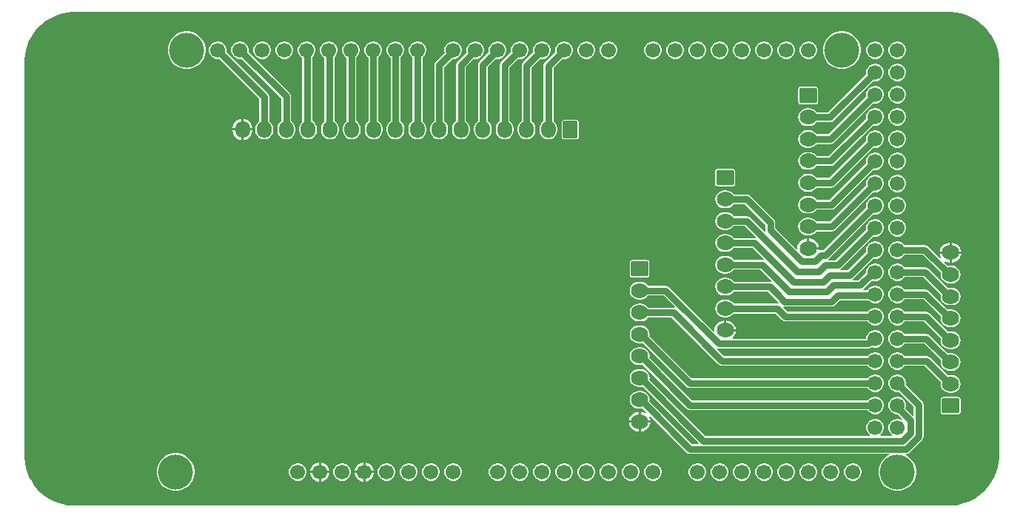
<source format=gbr>
%TF.GenerationSoftware,Altium Limited,Altium Designer,21.3.2 (30)*%
G04 Layer_Physical_Order=1*
G04 Layer_Color=255*
%FSLAX45Y45*%
%MOMM*%
%TF.SameCoordinates,699C74A5-B4CE-432A-A201-728FBB0A9CBA*%
%TF.FilePolarity,Positive*%
%TF.FileFunction,Copper,L1,Top,Signal*%
%TF.Part,Single*%
G01*
G75*
%TA.AperFunction,Conductor*%
%ADD10C,0.80000*%
%TA.AperFunction,ComponentPad*%
%ADD11C,1.70000*%
%ADD12C,4.00000*%
G04:AMPARAMS|DCode=13|XSize=1.7mm|YSize=1.95mm|CornerRadius=0.85mm|HoleSize=0mm|Usage=FLASHONLY|Rotation=90.000|XOffset=0mm|YOffset=0mm|HoleType=Round|Shape=RoundedRectangle|*
%AMROUNDEDRECTD13*
21,1,1.70000,0.25000,0,0,90.0*
21,1,0.00000,1.95000,0,0,90.0*
1,1,1.70000,0.12500,0.00000*
1,1,1.70000,0.12500,0.00000*
1,1,1.70000,-0.12500,0.00000*
1,1,1.70000,-0.12500,0.00000*
%
%ADD13ROUNDEDRECTD13*%
G04:AMPARAMS|DCode=14|XSize=1.7mm|YSize=1.95mm|CornerRadius=0.1275mm|HoleSize=0mm|Usage=FLASHONLY|Rotation=90.000|XOffset=0mm|YOffset=0mm|HoleType=Round|Shape=RoundedRectangle|*
%AMROUNDEDRECTD14*
21,1,1.70000,1.69500,0,0,90.0*
21,1,1.44500,1.95000,0,0,90.0*
1,1,0.25500,0.84750,0.72250*
1,1,0.25500,0.84750,-0.72250*
1,1,0.25500,-0.84750,-0.72250*
1,1,0.25500,-0.84750,0.72250*
%
%ADD14ROUNDEDRECTD14*%
G04:AMPARAMS|DCode=15|XSize=1.7mm|YSize=1.95mm|CornerRadius=0.1275mm|HoleSize=0mm|Usage=FLASHONLY|Rotation=180.000|XOffset=0mm|YOffset=0mm|HoleType=Round|Shape=RoundedRectangle|*
%AMROUNDEDRECTD15*
21,1,1.70000,1.69500,0,0,180.0*
21,1,1.44500,1.95000,0,0,180.0*
1,1,0.25500,-0.72250,0.84750*
1,1,0.25500,0.72250,0.84750*
1,1,0.25500,0.72250,-0.84750*
1,1,0.25500,-0.72250,-0.84750*
%
%ADD15ROUNDEDRECTD15*%
G04:AMPARAMS|DCode=16|XSize=1.7mm|YSize=1.95mm|CornerRadius=0.85mm|HoleSize=0mm|Usage=FLASHONLY|Rotation=180.000|XOffset=0mm|YOffset=0mm|HoleType=Round|Shape=RoundedRectangle|*
%AMROUNDEDRECTD16*
21,1,1.70000,0.25000,0,0,180.0*
21,1,0.00000,1.95000,0,0,180.0*
1,1,1.70000,0.00000,0.12500*
1,1,1.70000,0.00000,0.12500*
1,1,1.70000,0.00000,-0.12500*
1,1,1.70000,0.00000,-0.12500*
%
%ADD16ROUNDEDRECTD16*%
G36*
X10684340Y5668575D02*
X10739663Y5657570D01*
X10793643Y5641196D01*
X10845757Y5619610D01*
X10895504Y5593019D01*
X10942406Y5561680D01*
X10986008Y5525897D01*
X11025897Y5486008D01*
X11061681Y5442404D01*
X11093019Y5395505D01*
X11119609Y5345757D01*
X11141196Y5293643D01*
X11157570Y5239663D01*
X11168575Y5184340D01*
X11174104Y5128204D01*
Y5100000D01*
Y600000D01*
Y571796D01*
X11168575Y515660D01*
X11157570Y460337D01*
X11141196Y406357D01*
X11119609Y354243D01*
X11093019Y304495D01*
X11061680Y257594D01*
X11025897Y213991D01*
X10986008Y174103D01*
X10942404Y138318D01*
X10895504Y106981D01*
X10845757Y80390D01*
X10793643Y58804D01*
X10739663Y42429D01*
X10684340Y31425D01*
X10628204Y25896D01*
X571796D01*
X515660Y31425D01*
X460337Y42429D01*
X406357Y58804D01*
X354243Y80390D01*
X304495Y106981D01*
X257594Y138320D01*
X213991Y174103D01*
X174103Y213991D01*
X138318Y257595D01*
X106981Y304495D01*
X80390Y354243D01*
X58804Y406357D01*
X42429Y460336D01*
X31425Y515660D01*
X25896Y571796D01*
Y600000D01*
Y5100000D01*
Y5128204D01*
X31425Y5184340D01*
X42429Y5239663D01*
X58804Y5293643D01*
X80390Y5345757D01*
X106981Y5395505D01*
X138320Y5442406D01*
X174103Y5486008D01*
X213991Y5525897D01*
X257595Y5561681D01*
X304495Y5593019D01*
X354243Y5619610D01*
X406357Y5641196D01*
X460336Y5657570D01*
X515660Y5668575D01*
X571796Y5674104D01*
X10628204D01*
X10684340Y5668575D01*
D02*
G37*
%LPC*%
G36*
X10022897Y5337740D02*
X9996503D01*
X9971009Y5330908D01*
X9948152Y5317711D01*
X9929488Y5299048D01*
X9916292Y5276191D01*
X9909460Y5250697D01*
Y5224303D01*
X9916292Y5198809D01*
X9929488Y5175951D01*
X9948152Y5157288D01*
X9971009Y5144091D01*
X9996503Y5137260D01*
X10022897D01*
X10048391Y5144091D01*
X10071249Y5157288D01*
X10089912Y5175951D01*
X10103109Y5198809D01*
X10109940Y5224303D01*
Y5250697D01*
X10103109Y5276191D01*
X10089912Y5299048D01*
X10071249Y5317711D01*
X10048391Y5330908D01*
X10022897Y5337740D01*
D02*
G37*
G36*
X9768897D02*
X9742503D01*
X9717009Y5330908D01*
X9694152Y5317711D01*
X9675488Y5299048D01*
X9662292Y5276191D01*
X9655460Y5250697D01*
Y5224303D01*
X9662292Y5198809D01*
X9675488Y5175951D01*
X9694152Y5157288D01*
X9717009Y5144091D01*
X9742503Y5137260D01*
X9768897D01*
X9794391Y5144091D01*
X9817249Y5157288D01*
X9835912Y5175951D01*
X9849109Y5198809D01*
X9855940Y5224303D01*
Y5250697D01*
X9849109Y5276191D01*
X9835912Y5299048D01*
X9817249Y5317711D01*
X9794391Y5330908D01*
X9768897Y5337740D01*
D02*
G37*
G36*
X9006897D02*
X8980503D01*
X8955009Y5330908D01*
X8932152Y5317711D01*
X8913488Y5299048D01*
X8900292Y5276191D01*
X8893460Y5250697D01*
Y5224303D01*
X8900292Y5198809D01*
X8913488Y5175951D01*
X8932152Y5157288D01*
X8955009Y5144091D01*
X8980503Y5137260D01*
X9006897D01*
X9032391Y5144091D01*
X9055249Y5157288D01*
X9073912Y5175951D01*
X9087109Y5198809D01*
X9093940Y5224303D01*
Y5250697D01*
X9087109Y5276191D01*
X9073912Y5299048D01*
X9055249Y5317711D01*
X9032391Y5330908D01*
X9006897Y5337740D01*
D02*
G37*
G36*
X8752897D02*
X8726503D01*
X8701009Y5330908D01*
X8678152Y5317711D01*
X8659488Y5299048D01*
X8646292Y5276191D01*
X8639460Y5250697D01*
Y5224303D01*
X8646292Y5198809D01*
X8659488Y5175951D01*
X8678152Y5157288D01*
X8701009Y5144091D01*
X8726503Y5137260D01*
X8752897D01*
X8778391Y5144091D01*
X8801249Y5157288D01*
X8819912Y5175951D01*
X8833109Y5198809D01*
X8839940Y5224303D01*
Y5250697D01*
X8833109Y5276191D01*
X8819912Y5299048D01*
X8801249Y5317711D01*
X8778391Y5330908D01*
X8752897Y5337740D01*
D02*
G37*
G36*
X8498897D02*
X8472503D01*
X8447009Y5330908D01*
X8424152Y5317711D01*
X8405488Y5299048D01*
X8392292Y5276191D01*
X8385460Y5250697D01*
Y5224303D01*
X8392292Y5198809D01*
X8405488Y5175951D01*
X8424152Y5157288D01*
X8447009Y5144091D01*
X8472503Y5137260D01*
X8498897D01*
X8524391Y5144091D01*
X8547249Y5157288D01*
X8565912Y5175951D01*
X8579109Y5198809D01*
X8585940Y5224303D01*
Y5250697D01*
X8579109Y5276191D01*
X8565912Y5299048D01*
X8547249Y5317711D01*
X8524391Y5330908D01*
X8498897Y5337740D01*
D02*
G37*
G36*
X8244897D02*
X8218503D01*
X8193009Y5330908D01*
X8170152Y5317711D01*
X8151488Y5299048D01*
X8138292Y5276191D01*
X8131460Y5250697D01*
Y5224303D01*
X8138292Y5198809D01*
X8151488Y5175951D01*
X8170152Y5157288D01*
X8193009Y5144091D01*
X8218503Y5137260D01*
X8244897D01*
X8270391Y5144091D01*
X8293249Y5157288D01*
X8311912Y5175951D01*
X8325109Y5198809D01*
X8331940Y5224303D01*
Y5250697D01*
X8325109Y5276191D01*
X8311912Y5299048D01*
X8293249Y5317711D01*
X8270391Y5330908D01*
X8244897Y5337740D01*
D02*
G37*
G36*
X7990897D02*
X7964503D01*
X7939009Y5330908D01*
X7916152Y5317711D01*
X7897488Y5299048D01*
X7884292Y5276191D01*
X7877460Y5250697D01*
Y5224303D01*
X7884292Y5198809D01*
X7897488Y5175951D01*
X7916152Y5157288D01*
X7939009Y5144091D01*
X7964503Y5137260D01*
X7990897D01*
X8016391Y5144091D01*
X8039249Y5157288D01*
X8057912Y5175951D01*
X8071109Y5198809D01*
X8077940Y5224303D01*
Y5250697D01*
X8071109Y5276191D01*
X8057912Y5299048D01*
X8039249Y5317711D01*
X8016391Y5330908D01*
X7990897Y5337740D01*
D02*
G37*
G36*
X7736897D02*
X7710503D01*
X7685009Y5330908D01*
X7662152Y5317711D01*
X7643488Y5299048D01*
X7630292Y5276191D01*
X7623460Y5250697D01*
Y5224303D01*
X7630292Y5198809D01*
X7643488Y5175951D01*
X7662152Y5157288D01*
X7685009Y5144091D01*
X7710503Y5137260D01*
X7736897D01*
X7762391Y5144091D01*
X7785249Y5157288D01*
X7803912Y5175951D01*
X7817109Y5198809D01*
X7823940Y5224303D01*
Y5250697D01*
X7817109Y5276191D01*
X7803912Y5299048D01*
X7785249Y5317711D01*
X7762391Y5330908D01*
X7736897Y5337740D01*
D02*
G37*
G36*
X7482897D02*
X7456503D01*
X7431009Y5330908D01*
X7408152Y5317711D01*
X7389488Y5299048D01*
X7376292Y5276191D01*
X7369460Y5250697D01*
Y5224303D01*
X7376292Y5198809D01*
X7389488Y5175951D01*
X7408152Y5157288D01*
X7431009Y5144091D01*
X7456503Y5137260D01*
X7482897D01*
X7508391Y5144091D01*
X7531249Y5157288D01*
X7549912Y5175951D01*
X7563109Y5198809D01*
X7569940Y5224303D01*
Y5250697D01*
X7563109Y5276191D01*
X7549912Y5299048D01*
X7531249Y5317711D01*
X7508391Y5330908D01*
X7482897Y5337740D01*
D02*
G37*
G36*
X7228897D02*
X7202503D01*
X7177009Y5330908D01*
X7154152Y5317711D01*
X7135488Y5299048D01*
X7122292Y5276191D01*
X7115460Y5250697D01*
Y5224303D01*
X7122292Y5198809D01*
X7135488Y5175951D01*
X7154152Y5157288D01*
X7177009Y5144091D01*
X7202503Y5137260D01*
X7228897D01*
X7254391Y5144091D01*
X7277249Y5157288D01*
X7295912Y5175951D01*
X7309109Y5198809D01*
X7315940Y5224303D01*
Y5250697D01*
X7309109Y5276191D01*
X7295912Y5299048D01*
X7277249Y5317711D01*
X7254391Y5330908D01*
X7228897Y5337740D01*
D02*
G37*
G36*
X6720897D02*
X6694503D01*
X6669009Y5330908D01*
X6646152Y5317711D01*
X6627488Y5299048D01*
X6614292Y5276191D01*
X6607460Y5250697D01*
Y5224303D01*
X6614292Y5198809D01*
X6627488Y5175951D01*
X6646152Y5157288D01*
X6669009Y5144091D01*
X6694503Y5137260D01*
X6720897D01*
X6746391Y5144091D01*
X6769249Y5157288D01*
X6787912Y5175951D01*
X6801109Y5198809D01*
X6807940Y5224303D01*
Y5250697D01*
X6801109Y5276191D01*
X6787912Y5299048D01*
X6769249Y5317711D01*
X6746391Y5330908D01*
X6720897Y5337740D01*
D02*
G37*
G36*
X6466897D02*
X6440503D01*
X6415009Y5330908D01*
X6392152Y5317711D01*
X6373488Y5299048D01*
X6360292Y5276191D01*
X6353460Y5250697D01*
Y5224303D01*
X6360292Y5198809D01*
X6373488Y5175951D01*
X6392152Y5157288D01*
X6415009Y5144091D01*
X6440503Y5137260D01*
X6466897D01*
X6492391Y5144091D01*
X6515249Y5157288D01*
X6533912Y5175951D01*
X6547109Y5198809D01*
X6553940Y5224303D01*
Y5250697D01*
X6547109Y5276191D01*
X6533912Y5299048D01*
X6515249Y5317711D01*
X6492391Y5330908D01*
X6466897Y5337740D01*
D02*
G37*
G36*
X6212897D02*
X6186503D01*
X6161009Y5330908D01*
X6138152Y5317711D01*
X6119488Y5299048D01*
X6106292Y5276191D01*
X6099460Y5250697D01*
Y5224303D01*
X6101022Y5218474D01*
X5980174Y5097626D01*
X5967965Y5079354D01*
X5963678Y5057800D01*
X5963678Y5057799D01*
Y4425632D01*
X5948509Y4413992D01*
X5932441Y4393052D01*
X5922341Y4368668D01*
X5918896Y4342500D01*
Y4317500D01*
X5922341Y4291332D01*
X5932441Y4266948D01*
X5948509Y4246008D01*
X5969448Y4229941D01*
X5993833Y4219840D01*
X6020000Y4216395D01*
X6046168Y4219840D01*
X6070553Y4229941D01*
X6091492Y4246008D01*
X6107560Y4266948D01*
X6117660Y4291332D01*
X6121105Y4317500D01*
Y4342500D01*
X6117660Y4368668D01*
X6107560Y4393052D01*
X6091492Y4413992D01*
X6076322Y4425632D01*
Y5034470D01*
X6180674Y5138822D01*
X6186503Y5137260D01*
X6212897D01*
X6238391Y5144091D01*
X6261249Y5157288D01*
X6279912Y5175951D01*
X6293109Y5198809D01*
X6299940Y5224303D01*
Y5250697D01*
X6293109Y5276191D01*
X6279912Y5299048D01*
X6261249Y5317711D01*
X6238391Y5330908D01*
X6212897Y5337740D01*
D02*
G37*
G36*
X5958897D02*
X5932503D01*
X5907009Y5330908D01*
X5884152Y5317711D01*
X5865488Y5299048D01*
X5852292Y5276191D01*
X5845460Y5250697D01*
Y5224303D01*
X5847022Y5218474D01*
X5730174Y5101626D01*
X5717965Y5083354D01*
X5713678Y5061800D01*
X5713678Y5061799D01*
Y4425632D01*
X5698509Y4413992D01*
X5682441Y4393052D01*
X5672341Y4368668D01*
X5668896Y4342500D01*
Y4317500D01*
X5672341Y4291332D01*
X5682441Y4266948D01*
X5698509Y4246008D01*
X5719448Y4229941D01*
X5743833Y4219840D01*
X5770000Y4216395D01*
X5796168Y4219840D01*
X5820553Y4229941D01*
X5841492Y4246008D01*
X5857560Y4266948D01*
X5867660Y4291332D01*
X5871105Y4317500D01*
Y4342500D01*
X5867660Y4368668D01*
X5857560Y4393052D01*
X5841492Y4413992D01*
X5826322Y4425632D01*
Y5038470D01*
X5926674Y5138822D01*
X5932503Y5137260D01*
X5958897D01*
X5984391Y5144091D01*
X6007249Y5157288D01*
X6025912Y5175951D01*
X6039109Y5198809D01*
X6045940Y5224303D01*
Y5250697D01*
X6039109Y5276191D01*
X6025912Y5299048D01*
X6007249Y5317711D01*
X5984391Y5330908D01*
X5958897Y5337740D01*
D02*
G37*
G36*
X5704897D02*
X5678503D01*
X5653009Y5330908D01*
X5630152Y5317711D01*
X5611488Y5299048D01*
X5598292Y5276191D01*
X5591460Y5250697D01*
Y5224303D01*
X5593022Y5218474D01*
X5480174Y5105626D01*
X5467965Y5087354D01*
X5463678Y5065800D01*
X5463678Y5065799D01*
Y4425632D01*
X5448509Y4413992D01*
X5432441Y4393052D01*
X5422341Y4368668D01*
X5418896Y4342500D01*
Y4317500D01*
X5422341Y4291332D01*
X5432441Y4266948D01*
X5448509Y4246008D01*
X5469448Y4229941D01*
X5493833Y4219840D01*
X5520000Y4216395D01*
X5546168Y4219840D01*
X5570553Y4229941D01*
X5591492Y4246008D01*
X5607560Y4266948D01*
X5617660Y4291332D01*
X5621105Y4317500D01*
Y4342500D01*
X5617660Y4368668D01*
X5607560Y4393052D01*
X5591492Y4413992D01*
X5576322Y4425632D01*
Y5042470D01*
X5672674Y5138822D01*
X5678503Y5137260D01*
X5704897D01*
X5730391Y5144091D01*
X5753249Y5157288D01*
X5771912Y5175951D01*
X5785109Y5198809D01*
X5791940Y5224303D01*
Y5250697D01*
X5785109Y5276191D01*
X5771912Y5299048D01*
X5753249Y5317711D01*
X5730391Y5330908D01*
X5704897Y5337740D01*
D02*
G37*
G36*
X5450897D02*
X5424503D01*
X5399009Y5330908D01*
X5376152Y5317711D01*
X5357488Y5299048D01*
X5344292Y5276191D01*
X5337460Y5250697D01*
Y5224303D01*
X5339022Y5218474D01*
X5230174Y5109626D01*
X5217965Y5091354D01*
X5213678Y5069800D01*
X5213678Y5069799D01*
Y4425632D01*
X5198509Y4413992D01*
X5182441Y4393052D01*
X5172341Y4368668D01*
X5168896Y4342500D01*
Y4317500D01*
X5172341Y4291332D01*
X5182441Y4266948D01*
X5198509Y4246008D01*
X5219448Y4229941D01*
X5243833Y4219840D01*
X5270000Y4216395D01*
X5296168Y4219840D01*
X5320553Y4229941D01*
X5341492Y4246008D01*
X5357560Y4266948D01*
X5367660Y4291332D01*
X5371105Y4317500D01*
Y4342500D01*
X5367660Y4368668D01*
X5357560Y4393052D01*
X5341492Y4413992D01*
X5326323Y4425632D01*
Y5046470D01*
X5418674Y5138822D01*
X5424503Y5137260D01*
X5450897D01*
X5476391Y5144091D01*
X5499249Y5157288D01*
X5517912Y5175951D01*
X5531109Y5198809D01*
X5537940Y5224303D01*
Y5250697D01*
X5531109Y5276191D01*
X5517912Y5299048D01*
X5499249Y5317711D01*
X5476391Y5330908D01*
X5450897Y5337740D01*
D02*
G37*
G36*
X5196897D02*
X5170503D01*
X5145009Y5330908D01*
X5122152Y5317711D01*
X5103488Y5299048D01*
X5090292Y5276191D01*
X5083460Y5250697D01*
Y5224303D01*
X5086066Y5214578D01*
X4980174Y5108686D01*
X4967965Y5090413D01*
X4963678Y5068860D01*
X4963678Y5068859D01*
Y4425632D01*
X4948509Y4413992D01*
X4932441Y4393052D01*
X4922341Y4368668D01*
X4918896Y4342500D01*
Y4317500D01*
X4922341Y4291332D01*
X4932441Y4266948D01*
X4948509Y4246008D01*
X4969448Y4229941D01*
X4993833Y4219840D01*
X5020000Y4216395D01*
X5046168Y4219840D01*
X5070553Y4229941D01*
X5091492Y4246008D01*
X5107560Y4266948D01*
X5117660Y4291332D01*
X5121105Y4317500D01*
Y4342500D01*
X5117660Y4368668D01*
X5107560Y4393052D01*
X5091492Y4413992D01*
X5076322Y4425632D01*
Y5045530D01*
X5168570Y5137778D01*
X5170503Y5137260D01*
X5196897D01*
X5222391Y5144091D01*
X5245249Y5157288D01*
X5263912Y5175951D01*
X5277109Y5198809D01*
X5283940Y5224303D01*
Y5250697D01*
X5277109Y5276191D01*
X5263912Y5299048D01*
X5245249Y5317711D01*
X5222391Y5330908D01*
X5196897Y5337740D01*
D02*
G37*
G36*
X3012497D02*
X2986103D01*
X2960609Y5330908D01*
X2937752Y5317711D01*
X2919088Y5299048D01*
X2905892Y5276191D01*
X2899060Y5250697D01*
Y5224303D01*
X2905892Y5198809D01*
X2919088Y5175951D01*
X2937752Y5157288D01*
X2960609Y5144091D01*
X2986103Y5137260D01*
X3012497D01*
X3037991Y5144091D01*
X3060849Y5157288D01*
X3079512Y5175951D01*
X3092709Y5198809D01*
X3099540Y5224303D01*
Y5250697D01*
X3092709Y5276191D01*
X3079512Y5299048D01*
X3060849Y5317711D01*
X3037991Y5330908D01*
X3012497Y5337740D01*
D02*
G37*
G36*
X2758497D02*
X2732103D01*
X2706609Y5330908D01*
X2683752Y5317711D01*
X2665088Y5299048D01*
X2651892Y5276191D01*
X2645060Y5250697D01*
Y5224303D01*
X2651892Y5198809D01*
X2665088Y5175951D01*
X2683752Y5157288D01*
X2706609Y5144091D01*
X2732103Y5137260D01*
X2758497D01*
X2783991Y5144091D01*
X2806849Y5157288D01*
X2825512Y5175951D01*
X2838709Y5198809D01*
X2845540Y5224303D01*
Y5250697D01*
X2838709Y5276191D01*
X2825512Y5299048D01*
X2806849Y5317711D01*
X2783991Y5330908D01*
X2758497Y5337740D01*
D02*
G37*
G36*
X9395899Y5452740D02*
X9353501D01*
X9311917Y5444468D01*
X9272746Y5428243D01*
X9237493Y5404687D01*
X9207512Y5374707D01*
X9183957Y5339454D01*
X9167732Y5300283D01*
X9159460Y5258699D01*
Y5216300D01*
X9167732Y5174717D01*
X9183957Y5135545D01*
X9207512Y5100292D01*
X9237493Y5070312D01*
X9272746Y5046757D01*
X9311917Y5030531D01*
X9353501Y5022260D01*
X9395899D01*
X9437483Y5030531D01*
X9476654Y5046757D01*
X9511908Y5070312D01*
X9541888Y5100292D01*
X9565443Y5135545D01*
X9581668Y5174717D01*
X9589940Y5216300D01*
Y5258699D01*
X9581668Y5300283D01*
X9565443Y5339454D01*
X9541888Y5374707D01*
X9511908Y5404687D01*
X9476654Y5428243D01*
X9437483Y5444468D01*
X9395899Y5452740D01*
D02*
G37*
G36*
X1902899D02*
X1860501D01*
X1818917Y5444468D01*
X1779746Y5428243D01*
X1744493Y5404687D01*
X1714512Y5374707D01*
X1690957Y5339454D01*
X1674732Y5300283D01*
X1666460Y5258699D01*
Y5216300D01*
X1674732Y5174717D01*
X1690957Y5135545D01*
X1714512Y5100292D01*
X1744493Y5070312D01*
X1779746Y5046757D01*
X1818917Y5030531D01*
X1860501Y5022260D01*
X1902899D01*
X1944483Y5030531D01*
X1983654Y5046757D01*
X2018908Y5070312D01*
X2048888Y5100292D01*
X2072443Y5135545D01*
X2088668Y5174717D01*
X2096940Y5216300D01*
Y5258699D01*
X2088668Y5300283D01*
X2072443Y5339454D01*
X2048888Y5374707D01*
X2018908Y5404687D01*
X1983654Y5428243D01*
X1944483Y5444468D01*
X1902899Y5452740D01*
D02*
G37*
G36*
X10022897Y5083740D02*
X9996503D01*
X9971009Y5076908D01*
X9948152Y5063711D01*
X9929488Y5045048D01*
X9916292Y5022191D01*
X9909460Y4996697D01*
Y4970303D01*
X9916292Y4944809D01*
X9929488Y4921951D01*
X9948152Y4903288D01*
X9971009Y4890091D01*
X9996503Y4883260D01*
X10022897D01*
X10048391Y4890091D01*
X10071249Y4903288D01*
X10089912Y4921951D01*
X10103109Y4944809D01*
X10109940Y4970303D01*
Y4996697D01*
X10103109Y5022191D01*
X10089912Y5045048D01*
X10071249Y5063711D01*
X10048391Y5076908D01*
X10022897Y5083740D01*
D02*
G37*
G36*
X9768897D02*
X9742503D01*
X9717009Y5076908D01*
X9694152Y5063711D01*
X9675488Y5045048D01*
X9662292Y5022191D01*
X9655460Y4996697D01*
Y4970303D01*
X9657022Y4964474D01*
X9218871Y4526322D01*
X9085632D01*
X9073992Y4541492D01*
X9053053Y4557559D01*
X9028668Y4567660D01*
X9002500Y4571105D01*
X8977500D01*
X8951332Y4567660D01*
X8926948Y4557559D01*
X8906008Y4541492D01*
X8889941Y4520552D01*
X8879840Y4496168D01*
X8876395Y4470000D01*
X8879840Y4443832D01*
X8889941Y4419448D01*
X8906008Y4398508D01*
X8926948Y4382441D01*
X8951332Y4372340D01*
X8977500Y4368895D01*
X9002500D01*
X9028668Y4372340D01*
X9053053Y4382441D01*
X9073992Y4398508D01*
X9085632Y4413678D01*
X9242199D01*
X9242200Y4413678D01*
X9263754Y4417965D01*
X9282026Y4430174D01*
X9736674Y4884822D01*
X9742503Y4883260D01*
X9768897D01*
X9794391Y4890091D01*
X9817249Y4903288D01*
X9835912Y4921951D01*
X9849109Y4944809D01*
X9855940Y4970303D01*
Y4996697D01*
X9849109Y5022191D01*
X9835912Y5045048D01*
X9817249Y5063711D01*
X9794391Y5076908D01*
X9768897Y5083740D01*
D02*
G37*
G36*
X10022897Y4829740D02*
X9996503D01*
X9971009Y4822908D01*
X9948152Y4809711D01*
X9929488Y4791048D01*
X9916292Y4768191D01*
X9909460Y4742697D01*
Y4716303D01*
X9916292Y4690809D01*
X9929488Y4667951D01*
X9948152Y4649288D01*
X9971009Y4636091D01*
X9996503Y4629260D01*
X10022897D01*
X10048391Y4636091D01*
X10071249Y4649288D01*
X10089912Y4667951D01*
X10103109Y4690809D01*
X10109940Y4716303D01*
Y4742697D01*
X10103109Y4768191D01*
X10089912Y4791048D01*
X10071249Y4809711D01*
X10048391Y4822908D01*
X10022897Y4829740D01*
D02*
G37*
G36*
X9768897D02*
X9742503D01*
X9717009Y4822908D01*
X9694152Y4809711D01*
X9675488Y4791048D01*
X9662292Y4768191D01*
X9655460Y4742697D01*
Y4716303D01*
X9657022Y4710474D01*
X9222871Y4276322D01*
X9085632D01*
X9073992Y4291492D01*
X9053053Y4307559D01*
X9028668Y4317660D01*
X9002500Y4321105D01*
X8977500D01*
X8951332Y4317660D01*
X8926948Y4307559D01*
X8906008Y4291492D01*
X8889941Y4270552D01*
X8879840Y4246168D01*
X8876395Y4220000D01*
X8879840Y4193832D01*
X8889941Y4169448D01*
X8906008Y4148508D01*
X8926948Y4132441D01*
X8951332Y4122340D01*
X8977500Y4118895D01*
X9002500D01*
X9028668Y4122340D01*
X9053053Y4132441D01*
X9073992Y4148508D01*
X9085632Y4163678D01*
X9246199D01*
X9246200Y4163677D01*
X9267754Y4167965D01*
X9286026Y4180174D01*
X9736674Y4630822D01*
X9742503Y4629260D01*
X9768897D01*
X9794391Y4636091D01*
X9817249Y4649288D01*
X9835912Y4667951D01*
X9849109Y4690809D01*
X9855940Y4716303D01*
Y4742697D01*
X9849109Y4768191D01*
X9835912Y4791048D01*
X9817249Y4809711D01*
X9794391Y4822908D01*
X9768897Y4829740D01*
D02*
G37*
G36*
X9074750Y4820788D02*
X8905250D01*
X8894329Y4818616D01*
X8885070Y4812430D01*
X8878884Y4803171D01*
X8876712Y4792250D01*
Y4647750D01*
X8878884Y4636829D01*
X8885070Y4627570D01*
X8894329Y4621384D01*
X8905250Y4619212D01*
X9074750D01*
X9085671Y4621384D01*
X9094930Y4627570D01*
X9101116Y4636829D01*
X9103288Y4647750D01*
Y4792250D01*
X9101116Y4803171D01*
X9094930Y4812430D01*
X9085671Y4818616D01*
X9074750Y4820788D01*
D02*
G37*
G36*
X10022897Y4575740D02*
X9996503D01*
X9971009Y4568908D01*
X9948152Y4555711D01*
X9929488Y4537048D01*
X9916292Y4514191D01*
X9909460Y4488697D01*
Y4462303D01*
X9916292Y4436809D01*
X9929488Y4413951D01*
X9948152Y4395288D01*
X9971009Y4382091D01*
X9996503Y4375260D01*
X10022897D01*
X10048391Y4382091D01*
X10071249Y4395288D01*
X10089912Y4413951D01*
X10103109Y4436809D01*
X10109940Y4462303D01*
Y4488697D01*
X10103109Y4514191D01*
X10089912Y4537048D01*
X10071249Y4555711D01*
X10048391Y4568908D01*
X10022897Y4575740D01*
D02*
G37*
G36*
X9768897D02*
X9742503D01*
X9717009Y4568908D01*
X9694152Y4555711D01*
X9675488Y4537048D01*
X9662292Y4514191D01*
X9655460Y4488697D01*
Y4462303D01*
X9657022Y4456474D01*
X9226871Y4026322D01*
X9085632D01*
X9073992Y4041492D01*
X9053053Y4057559D01*
X9028668Y4067660D01*
X9002500Y4071105D01*
X8977500D01*
X8951332Y4067660D01*
X8926948Y4057559D01*
X8906008Y4041492D01*
X8889941Y4020552D01*
X8879840Y3996168D01*
X8876395Y3970000D01*
X8879840Y3943832D01*
X8889941Y3919448D01*
X8906008Y3898508D01*
X8926948Y3882441D01*
X8951332Y3872340D01*
X8977500Y3868895D01*
X9002500D01*
X9028668Y3872340D01*
X9053053Y3882441D01*
X9073992Y3898508D01*
X9085632Y3913678D01*
X9250199D01*
X9250200Y3913677D01*
X9271754Y3917965D01*
X9290026Y3930174D01*
X9736674Y4376822D01*
X9742503Y4375260D01*
X9768897D01*
X9794391Y4382091D01*
X9817249Y4395288D01*
X9835912Y4413951D01*
X9849109Y4436809D01*
X9855940Y4462303D01*
Y4488697D01*
X9849109Y4514191D01*
X9835912Y4537048D01*
X9817249Y4555711D01*
X9794391Y4568908D01*
X9768897Y4575740D01*
D02*
G37*
G36*
X2532700Y4452181D02*
Y4342700D01*
X2631326D01*
X2627559Y4371320D01*
X2616434Y4398176D01*
X2598739Y4421238D01*
X2575677Y4438934D01*
X2548820Y4450058D01*
X2532700Y4452181D01*
D02*
G37*
G36*
X2507300D02*
X2491180Y4450058D01*
X2464324Y4438934D01*
X2441262Y4421238D01*
X2423566Y4398176D01*
X2412442Y4371320D01*
X2408674Y4342700D01*
X2507300D01*
Y4452181D01*
D02*
G37*
G36*
X6342250Y4443288D02*
X6197751D01*
X6186829Y4441116D01*
X6177571Y4434930D01*
X6171385Y4425671D01*
X6169212Y4414750D01*
Y4245250D01*
X6171385Y4234329D01*
X6177571Y4225070D01*
X6186829Y4218884D01*
X6197751Y4216712D01*
X6342250D01*
X6353171Y4218884D01*
X6362430Y4225070D01*
X6368616Y4234329D01*
X6370789Y4245250D01*
Y4414750D01*
X6368616Y4425671D01*
X6362430Y4434930D01*
X6353171Y4441116D01*
X6342250Y4443288D01*
D02*
G37*
G36*
X4942897Y5337740D02*
X4916503D01*
X4891009Y5330908D01*
X4868152Y5317711D01*
X4849488Y5299048D01*
X4836292Y5276191D01*
X4829460Y5250697D01*
Y5224303D01*
X4833757Y5208268D01*
X4730174Y5104686D01*
X4717965Y5086413D01*
X4713678Y5064860D01*
X4713678Y5064859D01*
Y4425632D01*
X4698509Y4413992D01*
X4682441Y4393052D01*
X4672341Y4368668D01*
X4668896Y4342500D01*
Y4317500D01*
X4672341Y4291332D01*
X4682441Y4266948D01*
X4698509Y4246008D01*
X4719448Y4229941D01*
X4743833Y4219840D01*
X4770000Y4216395D01*
X4796168Y4219840D01*
X4820553Y4229941D01*
X4841492Y4246008D01*
X4857559Y4266948D01*
X4867660Y4291332D01*
X4871105Y4317500D01*
Y4342500D01*
X4867660Y4368668D01*
X4857559Y4393052D01*
X4841492Y4413992D01*
X4826322Y4425632D01*
Y5041530D01*
X4922052Y5137260D01*
X4942897D01*
X4968391Y5144091D01*
X4991249Y5157288D01*
X5009912Y5175951D01*
X5023109Y5198809D01*
X5029940Y5224303D01*
Y5250697D01*
X5023109Y5276191D01*
X5009912Y5299048D01*
X4991249Y5317711D01*
X4968391Y5330908D01*
X4942897Y5337740D01*
D02*
G37*
G36*
X4536497D02*
X4510103D01*
X4484609Y5330908D01*
X4461752Y5317711D01*
X4443088Y5299048D01*
X4429892Y5276191D01*
X4423060Y5250697D01*
Y5224303D01*
X4429892Y5198809D01*
X4443088Y5175951D01*
X4461752Y5157288D01*
X4465328Y5155223D01*
Y4426898D01*
X4448509Y4413992D01*
X4432441Y4393052D01*
X4422341Y4368668D01*
X4418896Y4342500D01*
Y4317500D01*
X4422341Y4291332D01*
X4432441Y4266948D01*
X4448509Y4246008D01*
X4469448Y4229941D01*
X4493833Y4219840D01*
X4520000Y4216395D01*
X4546168Y4219840D01*
X4570553Y4229941D01*
X4591492Y4246008D01*
X4607559Y4266948D01*
X4617660Y4291332D01*
X4621105Y4317500D01*
Y4342500D01*
X4617660Y4368668D01*
X4607559Y4393052D01*
X4591492Y4413992D01*
X4577972Y4424366D01*
Y5153318D01*
X4584849Y5157288D01*
X4603512Y5175951D01*
X4616709Y5198809D01*
X4623540Y5224303D01*
Y5250697D01*
X4616709Y5276191D01*
X4603512Y5299048D01*
X4584849Y5317711D01*
X4561991Y5330908D01*
X4536497Y5337740D01*
D02*
G37*
G36*
X4282497D02*
X4256103D01*
X4230609Y5330908D01*
X4207752Y5317711D01*
X4189088Y5299048D01*
X4175892Y5276191D01*
X4169060Y5250697D01*
Y5224303D01*
X4175892Y5198809D01*
X4189088Y5175951D01*
X4207752Y5157288D01*
X4213328Y5154069D01*
Y4425363D01*
X4198508Y4413992D01*
X4182441Y4393052D01*
X4172341Y4368668D01*
X4168896Y4342500D01*
Y4317500D01*
X4172341Y4291332D01*
X4182441Y4266948D01*
X4198508Y4246008D01*
X4219448Y4229941D01*
X4243833Y4219840D01*
X4270000Y4216395D01*
X4296168Y4219840D01*
X4320553Y4229941D01*
X4341492Y4246008D01*
X4357559Y4266948D01*
X4367660Y4291332D01*
X4371105Y4317500D01*
Y4342500D01*
X4367660Y4368668D01*
X4357559Y4393052D01*
X4341492Y4413992D01*
X4325972Y4425901D01*
Y5154473D01*
X4330849Y5157288D01*
X4349512Y5175951D01*
X4362709Y5198809D01*
X4369540Y5224303D01*
Y5250697D01*
X4362709Y5276191D01*
X4349512Y5299048D01*
X4330849Y5317711D01*
X4307991Y5330908D01*
X4282497Y5337740D01*
D02*
G37*
G36*
X4028497D02*
X4002103D01*
X3976609Y5330908D01*
X3953752Y5317711D01*
X3935088Y5299048D01*
X3921892Y5276191D01*
X3915060Y5250697D01*
Y5224303D01*
X3921892Y5198809D01*
X3935088Y5175951D01*
X3953752Y5157288D01*
X3961328Y5152914D01*
Y4423829D01*
X3948508Y4413992D01*
X3932441Y4393052D01*
X3922341Y4368668D01*
X3918896Y4342500D01*
Y4317500D01*
X3922341Y4291332D01*
X3932441Y4266948D01*
X3948508Y4246008D01*
X3969448Y4229941D01*
X3993832Y4219840D01*
X4020000Y4216395D01*
X4046168Y4219840D01*
X4070553Y4229941D01*
X4091492Y4246008D01*
X4107559Y4266948D01*
X4117660Y4291332D01*
X4121105Y4317500D01*
Y4342500D01*
X4117660Y4368668D01*
X4107559Y4393052D01*
X4091492Y4413992D01*
X4073972Y4427435D01*
Y5155627D01*
X4076849Y5157288D01*
X4095512Y5175951D01*
X4108709Y5198809D01*
X4115540Y5224303D01*
Y5250697D01*
X4108709Y5276191D01*
X4095512Y5299048D01*
X4076849Y5317711D01*
X4053991Y5330908D01*
X4028497Y5337740D01*
D02*
G37*
G36*
X3774497D02*
X3748103D01*
X3722609Y5330908D01*
X3699752Y5317711D01*
X3681088Y5299048D01*
X3667892Y5276191D01*
X3661060Y5250697D01*
Y5224303D01*
X3667892Y5198809D01*
X3681088Y5175951D01*
X3699752Y5157288D01*
X3709328Y5151759D01*
Y4422294D01*
X3698508Y4413992D01*
X3682441Y4393052D01*
X3672341Y4368668D01*
X3668896Y4342500D01*
Y4317500D01*
X3672341Y4291332D01*
X3682441Y4266948D01*
X3698508Y4246008D01*
X3719448Y4229941D01*
X3743832Y4219840D01*
X3770000Y4216395D01*
X3796168Y4219840D01*
X3820553Y4229941D01*
X3841492Y4246008D01*
X3857559Y4266948D01*
X3867660Y4291332D01*
X3871105Y4317500D01*
Y4342500D01*
X3867660Y4368668D01*
X3857559Y4393052D01*
X3841492Y4413992D01*
X3821972Y4428970D01*
Y5156782D01*
X3822849Y5157288D01*
X3841512Y5175951D01*
X3854709Y5198809D01*
X3861540Y5224303D01*
Y5250697D01*
X3854709Y5276191D01*
X3841512Y5299048D01*
X3822849Y5317711D01*
X3799991Y5330908D01*
X3774497Y5337740D01*
D02*
G37*
G36*
X3520497D02*
X3494103D01*
X3468609Y5330908D01*
X3445752Y5317711D01*
X3427088Y5299048D01*
X3413892Y5276191D01*
X3407060Y5250697D01*
Y5224303D01*
X3413892Y5198809D01*
X3427088Y5175951D01*
X3445752Y5157288D01*
X3457328Y5150605D01*
Y4420759D01*
X3448508Y4413992D01*
X3432441Y4393052D01*
X3422341Y4368668D01*
X3418896Y4342500D01*
Y4317500D01*
X3422341Y4291332D01*
X3432441Y4266948D01*
X3448508Y4246008D01*
X3469448Y4229941D01*
X3493832Y4219840D01*
X3520000Y4216395D01*
X3546168Y4219840D01*
X3570553Y4229941D01*
X3591492Y4246008D01*
X3607559Y4266948D01*
X3617660Y4291332D01*
X3621105Y4317500D01*
Y4342500D01*
X3617660Y4368668D01*
X3607559Y4393052D01*
X3591492Y4413992D01*
X3570553Y4430059D01*
X3569972Y4430299D01*
Y5158412D01*
X3587512Y5175951D01*
X3600709Y5198809D01*
X3607540Y5224303D01*
Y5250697D01*
X3600709Y5276191D01*
X3587512Y5299048D01*
X3568849Y5317711D01*
X3545991Y5330908D01*
X3520497Y5337740D01*
D02*
G37*
G36*
X3266497D02*
X3240103D01*
X3214609Y5330908D01*
X3191752Y5317711D01*
X3173088Y5299048D01*
X3159892Y5276191D01*
X3153060Y5250697D01*
Y5224303D01*
X3159892Y5198809D01*
X3173088Y5175951D01*
X3191752Y5157288D01*
X3205328Y5149450D01*
Y4419225D01*
X3198508Y4413992D01*
X3182441Y4393052D01*
X3172341Y4368668D01*
X3168896Y4342500D01*
Y4317500D01*
X3172341Y4291332D01*
X3182441Y4266948D01*
X3198508Y4246008D01*
X3219448Y4229941D01*
X3243832Y4219840D01*
X3270000Y4216395D01*
X3296168Y4219840D01*
X3320553Y4229941D01*
X3341492Y4246008D01*
X3357559Y4266948D01*
X3367660Y4291332D01*
X3371105Y4317500D01*
Y4342500D01*
X3367660Y4368668D01*
X3357559Y4393052D01*
X3341492Y4413992D01*
X3320553Y4430059D01*
X3317972Y4431128D01*
Y5160412D01*
X3333512Y5175951D01*
X3346709Y5198809D01*
X3353540Y5224303D01*
Y5250697D01*
X3346709Y5276191D01*
X3333512Y5299048D01*
X3314849Y5317711D01*
X3291991Y5330908D01*
X3266497Y5337740D01*
D02*
G37*
G36*
X2504497D02*
X2478103D01*
X2452609Y5330908D01*
X2429752Y5317711D01*
X2411088Y5299048D01*
X2397892Y5276191D01*
X2391060Y5250697D01*
Y5224303D01*
X2397892Y5198809D01*
X2411088Y5175951D01*
X2429752Y5157288D01*
X2452609Y5144091D01*
X2478103Y5137260D01*
X2504497D01*
X2510326Y5138822D01*
X2963678Y4685470D01*
Y4425632D01*
X2948508Y4413992D01*
X2932441Y4393052D01*
X2922341Y4368668D01*
X2918896Y4342500D01*
Y4317500D01*
X2922341Y4291332D01*
X2932441Y4266948D01*
X2948508Y4246008D01*
X2969448Y4229941D01*
X2993832Y4219840D01*
X3020000Y4216395D01*
X3046168Y4219840D01*
X3070553Y4229941D01*
X3091492Y4246008D01*
X3107559Y4266948D01*
X3117660Y4291332D01*
X3121105Y4317500D01*
Y4342500D01*
X3117660Y4368668D01*
X3107559Y4393052D01*
X3091492Y4413992D01*
X3076322Y4425632D01*
Y4708799D01*
X3076323Y4708800D01*
X3072035Y4730354D01*
X3059826Y4748626D01*
X3059825Y4748626D01*
X2589978Y5218474D01*
X2591540Y5224303D01*
Y5250697D01*
X2584709Y5276191D01*
X2571512Y5299048D01*
X2552849Y5317711D01*
X2529991Y5330908D01*
X2504497Y5337740D01*
D02*
G37*
G36*
X2250497D02*
X2224103D01*
X2198609Y5330908D01*
X2175752Y5317711D01*
X2157088Y5299048D01*
X2143892Y5276191D01*
X2137060Y5250697D01*
Y5224303D01*
X2143892Y5198809D01*
X2157088Y5175951D01*
X2175752Y5157288D01*
X2198609Y5144091D01*
X2224103Y5137260D01*
X2250497D01*
X2256326Y5138822D01*
X2713678Y4681470D01*
Y4425632D01*
X2698508Y4413992D01*
X2682441Y4393052D01*
X2672341Y4368668D01*
X2668896Y4342500D01*
Y4317500D01*
X2672341Y4291332D01*
X2682441Y4266948D01*
X2698508Y4246008D01*
X2719448Y4229941D01*
X2743832Y4219840D01*
X2770000Y4216395D01*
X2796168Y4219840D01*
X2820553Y4229941D01*
X2841492Y4246008D01*
X2857559Y4266948D01*
X2867660Y4291332D01*
X2871105Y4317500D01*
Y4342500D01*
X2867660Y4368668D01*
X2857559Y4393052D01*
X2841492Y4413992D01*
X2826322Y4425632D01*
Y4704799D01*
X2826323Y4704800D01*
X2822035Y4726354D01*
X2809826Y4744626D01*
X2335978Y5218474D01*
X2337540Y5224303D01*
Y5250697D01*
X2330709Y5276191D01*
X2317512Y5299048D01*
X2298849Y5317711D01*
X2275991Y5330908D01*
X2250497Y5337740D01*
D02*
G37*
G36*
X2631326Y4317300D02*
X2532700D01*
Y4207819D01*
X2548820Y4209942D01*
X2575677Y4221066D01*
X2598739Y4238762D01*
X2616434Y4261824D01*
X2627559Y4288680D01*
X2631326Y4317300D01*
D02*
G37*
G36*
X2507300D02*
X2408674D01*
X2412442Y4288680D01*
X2423566Y4261824D01*
X2441262Y4238762D01*
X2464324Y4221066D01*
X2491180Y4209942D01*
X2507300Y4207819D01*
Y4317300D01*
D02*
G37*
G36*
X10022897Y4321740D02*
X9996503D01*
X9971009Y4314908D01*
X9948152Y4301711D01*
X9929488Y4283048D01*
X9916292Y4260191D01*
X9909460Y4234697D01*
Y4208303D01*
X9916292Y4182809D01*
X9929488Y4159951D01*
X9948152Y4141288D01*
X9971009Y4128091D01*
X9996503Y4121260D01*
X10022897D01*
X10048391Y4128091D01*
X10071249Y4141288D01*
X10089912Y4159951D01*
X10103109Y4182809D01*
X10109940Y4208303D01*
Y4234697D01*
X10103109Y4260191D01*
X10089912Y4283048D01*
X10071249Y4301711D01*
X10048391Y4314908D01*
X10022897Y4321740D01*
D02*
G37*
G36*
X9768897D02*
X9742503D01*
X9717009Y4314908D01*
X9694152Y4301711D01*
X9675488Y4283048D01*
X9662292Y4260191D01*
X9655460Y4234697D01*
Y4208303D01*
X9657022Y4202474D01*
X9230871Y3776322D01*
X9085632D01*
X9073992Y3791492D01*
X9053053Y3807559D01*
X9028668Y3817660D01*
X9002500Y3821105D01*
X8977500D01*
X8951332Y3817660D01*
X8926948Y3807559D01*
X8906008Y3791492D01*
X8889941Y3770552D01*
X8879840Y3746168D01*
X8876395Y3720000D01*
X8879840Y3693832D01*
X8889941Y3669448D01*
X8906008Y3648508D01*
X8926948Y3632441D01*
X8951332Y3622340D01*
X8977500Y3618895D01*
X9002500D01*
X9028668Y3622340D01*
X9053053Y3632441D01*
X9073992Y3648508D01*
X9085632Y3663678D01*
X9254199D01*
X9254200Y3663677D01*
X9275754Y3667965D01*
X9294026Y3680174D01*
X9736674Y4122822D01*
X9742503Y4121260D01*
X9768897D01*
X9794391Y4128091D01*
X9817249Y4141288D01*
X9835912Y4159951D01*
X9849109Y4182809D01*
X9855940Y4208303D01*
Y4234697D01*
X9849109Y4260191D01*
X9835912Y4283048D01*
X9817249Y4301711D01*
X9794391Y4314908D01*
X9768897Y4321740D01*
D02*
G37*
G36*
X10022897Y4067740D02*
X9996503D01*
X9971009Y4060908D01*
X9948152Y4047711D01*
X9929488Y4029048D01*
X9916292Y4006191D01*
X9909460Y3980697D01*
Y3954303D01*
X9916292Y3928809D01*
X9929488Y3905951D01*
X9948152Y3887288D01*
X9971009Y3874091D01*
X9996503Y3867260D01*
X10022897D01*
X10048391Y3874091D01*
X10071249Y3887288D01*
X10089912Y3905951D01*
X10103109Y3928809D01*
X10109940Y3954303D01*
Y3980697D01*
X10103109Y4006191D01*
X10089912Y4029048D01*
X10071249Y4047711D01*
X10048391Y4060908D01*
X10022897Y4067740D01*
D02*
G37*
G36*
X9768897D02*
X9742503D01*
X9717009Y4060908D01*
X9694152Y4047711D01*
X9675488Y4029048D01*
X9662292Y4006191D01*
X9655460Y3980697D01*
Y3954303D01*
X9657022Y3948474D01*
X9234870Y3526322D01*
X9085632D01*
X9073992Y3541492D01*
X9053053Y3557559D01*
X9028668Y3567660D01*
X9002500Y3571105D01*
X8977500D01*
X8951332Y3567660D01*
X8926948Y3557559D01*
X8906008Y3541492D01*
X8889941Y3520552D01*
X8879840Y3496168D01*
X8876395Y3470000D01*
X8879840Y3443832D01*
X8889941Y3419448D01*
X8906008Y3398508D01*
X8926948Y3382441D01*
X8951332Y3372340D01*
X8977500Y3368895D01*
X9002500D01*
X9028668Y3372340D01*
X9053053Y3382441D01*
X9073992Y3398508D01*
X9085632Y3413677D01*
X9258199D01*
X9258200Y3413677D01*
X9279754Y3417965D01*
X9298026Y3430174D01*
X9736674Y3868822D01*
X9742503Y3867260D01*
X9768897D01*
X9794391Y3874091D01*
X9817249Y3887288D01*
X9835912Y3905951D01*
X9849109Y3928809D01*
X9855940Y3954303D01*
Y3980697D01*
X9849109Y4006191D01*
X9835912Y4029048D01*
X9817249Y4047711D01*
X9794391Y4060908D01*
X9768897Y4067740D01*
D02*
G37*
G36*
X8125950Y3882488D02*
X7956450D01*
X7945529Y3880315D01*
X7936270Y3874129D01*
X7930084Y3864871D01*
X7927912Y3853949D01*
Y3709450D01*
X7930084Y3698529D01*
X7936270Y3689270D01*
X7945529Y3683084D01*
X7956450Y3680911D01*
X8125950D01*
X8136871Y3683084D01*
X8146130Y3689270D01*
X8152316Y3698529D01*
X8154488Y3709450D01*
Y3853949D01*
X8152316Y3864871D01*
X8146130Y3874129D01*
X8136871Y3880315D01*
X8125950Y3882488D01*
D02*
G37*
G36*
X10022897Y3813740D02*
X9996503D01*
X9971009Y3806908D01*
X9948152Y3793711D01*
X9929488Y3775048D01*
X9916292Y3752191D01*
X9909460Y3726697D01*
Y3700303D01*
X9916292Y3674809D01*
X9929488Y3651951D01*
X9948152Y3633288D01*
X9971009Y3620091D01*
X9996503Y3613260D01*
X10022897D01*
X10048391Y3620091D01*
X10071249Y3633288D01*
X10089912Y3651951D01*
X10103109Y3674809D01*
X10109940Y3700303D01*
Y3726697D01*
X10103109Y3752191D01*
X10089912Y3775048D01*
X10071249Y3793711D01*
X10048391Y3806908D01*
X10022897Y3813740D01*
D02*
G37*
G36*
X9768897D02*
X9742503D01*
X9717009Y3806908D01*
X9694152Y3793711D01*
X9675488Y3775048D01*
X9662292Y3752191D01*
X9655460Y3726697D01*
Y3700303D01*
X9657022Y3694474D01*
X9238871Y3276322D01*
X9085632D01*
X9073992Y3291492D01*
X9053053Y3307559D01*
X9028668Y3317660D01*
X9002500Y3321105D01*
X8977500D01*
X8951332Y3317660D01*
X8926948Y3307559D01*
X8906008Y3291492D01*
X8889941Y3270552D01*
X8879840Y3246168D01*
X8876395Y3220000D01*
X8879840Y3193832D01*
X8889941Y3169448D01*
X8906008Y3148508D01*
X8926948Y3132441D01*
X8951332Y3122340D01*
X8977500Y3118895D01*
X9002500D01*
X9028668Y3122340D01*
X9053053Y3132441D01*
X9073992Y3148508D01*
X9085632Y3163678D01*
X9262199D01*
X9262200Y3163677D01*
X9283754Y3167965D01*
X9302026Y3180174D01*
X9736674Y3614822D01*
X9742503Y3613260D01*
X9768897D01*
X9794391Y3620091D01*
X9817249Y3633288D01*
X9835912Y3651951D01*
X9849109Y3674809D01*
X9855940Y3700303D01*
Y3726697D01*
X9849109Y3752191D01*
X9835912Y3775048D01*
X9817249Y3793711D01*
X9794391Y3806908D01*
X9768897Y3813740D01*
D02*
G37*
G36*
X10022897Y3559740D02*
X9996503D01*
X9971009Y3552908D01*
X9948152Y3539711D01*
X9929488Y3521048D01*
X9916292Y3498191D01*
X9909460Y3472697D01*
Y3446303D01*
X9916292Y3420809D01*
X9929488Y3397951D01*
X9948152Y3379288D01*
X9971009Y3366091D01*
X9996503Y3359260D01*
X10022897D01*
X10048391Y3366091D01*
X10071249Y3379288D01*
X10089912Y3397951D01*
X10103109Y3420809D01*
X10109940Y3446303D01*
Y3472697D01*
X10103109Y3498191D01*
X10089912Y3521048D01*
X10071249Y3539711D01*
X10048391Y3552908D01*
X10022897Y3559740D01*
D02*
G37*
G36*
X8053700Y3632804D02*
X8028700D01*
X8002532Y3629359D01*
X7978148Y3619259D01*
X7957208Y3603191D01*
X7941141Y3582252D01*
X7931040Y3557867D01*
X7927595Y3531700D01*
X7931040Y3505532D01*
X7941141Y3481147D01*
X7957208Y3460208D01*
X7978148Y3444140D01*
X8002532Y3434040D01*
X8028700Y3430595D01*
X8053700D01*
X8079868Y3434040D01*
X8104253Y3444140D01*
X8125192Y3460208D01*
X8136832Y3475377D01*
X8265371D01*
X8501898Y3238850D01*
Y3176809D01*
X8501898Y3176808D01*
X8504142Y3165524D01*
X8492438Y3159268D01*
X8330180Y3321526D01*
X8311908Y3333735D01*
X8290354Y3338022D01*
X8290353Y3338022D01*
X8136832D01*
X8125192Y3353191D01*
X8104253Y3369259D01*
X8079868Y3379359D01*
X8053700Y3382804D01*
X8028700D01*
X8002532Y3379359D01*
X7978148Y3369259D01*
X7957208Y3353191D01*
X7941141Y3332252D01*
X7931040Y3307867D01*
X7927595Y3281700D01*
X7931040Y3255532D01*
X7941141Y3231147D01*
X7957208Y3210208D01*
X7978148Y3194140D01*
X8002532Y3184040D01*
X8028700Y3180595D01*
X8053700D01*
X8079868Y3184040D01*
X8104253Y3194140D01*
X8125192Y3210208D01*
X8136832Y3225378D01*
X8267025D01*
X8394920Y3097482D01*
X8388664Y3085777D01*
X8377381Y3088022D01*
X8377379Y3088022D01*
X8136832D01*
X8125192Y3103191D01*
X8104253Y3119259D01*
X8079868Y3129359D01*
X8053700Y3132804D01*
X8028700D01*
X8002532Y3129359D01*
X7978148Y3119259D01*
X7957208Y3103191D01*
X7941141Y3082252D01*
X7931040Y3057867D01*
X7927595Y3031700D01*
X7931040Y3005532D01*
X7941141Y2981147D01*
X7957208Y2960208D01*
X7978148Y2944140D01*
X8002532Y2934040D01*
X8028700Y2930595D01*
X8053700D01*
X8079868Y2934040D01*
X8104253Y2944140D01*
X8125192Y2960208D01*
X8136832Y2975377D01*
X8354051D01*
X8481946Y2847482D01*
X8475690Y2835777D01*
X8464406Y2838022D01*
X8464405Y2838022D01*
X8136832D01*
X8125192Y2853191D01*
X8104253Y2869259D01*
X8079868Y2879359D01*
X8053700Y2882804D01*
X8028700D01*
X8002532Y2879359D01*
X7978148Y2869259D01*
X7957208Y2853191D01*
X7941141Y2832252D01*
X7931040Y2807867D01*
X7927595Y2781700D01*
X7931040Y2755532D01*
X7941141Y2731147D01*
X7957208Y2710208D01*
X7978148Y2694140D01*
X8002532Y2684040D01*
X8028700Y2680595D01*
X8053700D01*
X8079868Y2684040D01*
X8104253Y2694140D01*
X8125192Y2710208D01*
X8136832Y2725377D01*
X8441077D01*
X8568972Y2597482D01*
X8562716Y2585777D01*
X8551432Y2588022D01*
X8551431Y2588022D01*
X8136832D01*
X8125192Y2603191D01*
X8104253Y2619259D01*
X8079868Y2629359D01*
X8053700Y2632804D01*
X8028700D01*
X8002532Y2629359D01*
X7978148Y2619259D01*
X7957208Y2603191D01*
X7941141Y2582252D01*
X7931040Y2557867D01*
X7927595Y2531700D01*
X7931040Y2505532D01*
X7941141Y2481147D01*
X7957208Y2460208D01*
X7978148Y2444140D01*
X8002532Y2434040D01*
X8028700Y2430595D01*
X8053700D01*
X8079868Y2434040D01*
X8104253Y2444140D01*
X8125192Y2460208D01*
X8136832Y2475377D01*
X8528103D01*
X8576526Y2426955D01*
X8576526Y2426954D01*
X8655999Y2347481D01*
X8649743Y2335777D01*
X8638459Y2338022D01*
X8638457Y2338021D01*
X8136832D01*
X8125192Y2353191D01*
X8104253Y2369259D01*
X8079868Y2379359D01*
X8053700Y2382804D01*
X8028700D01*
X8002532Y2379359D01*
X7978148Y2369259D01*
X7957208Y2353191D01*
X7941141Y2332252D01*
X7931040Y2307867D01*
X7927595Y2281700D01*
X7931040Y2255532D01*
X7941141Y2231147D01*
X7957208Y2210208D01*
X7978148Y2194140D01*
X8002532Y2184040D01*
X8028700Y2180595D01*
X8053700D01*
X8079868Y2184040D01*
X8104253Y2194140D01*
X8125192Y2210208D01*
X8136832Y2225377D01*
X8615129D01*
X8690832Y2149675D01*
X8690832Y2149674D01*
X8709105Y2137465D01*
X8730658Y2133178D01*
X9672471D01*
X9675488Y2127951D01*
X9694152Y2109288D01*
X9717009Y2096091D01*
X9742503Y2089260D01*
X9768897D01*
X9794391Y2096091D01*
X9817249Y2109288D01*
X9835912Y2127951D01*
X9849109Y2150809D01*
X9855940Y2176303D01*
Y2202697D01*
X9849109Y2228191D01*
X9835912Y2251048D01*
X9817249Y2269711D01*
X9794391Y2282908D01*
X9768897Y2289740D01*
X9742503D01*
X9717009Y2282908D01*
X9694152Y2269711D01*
X9675488Y2251048D01*
X9672471Y2245822D01*
X8753988D01*
X8706793Y2293017D01*
X8713049Y2304722D01*
X8724333Y2302477D01*
X9255666D01*
X9255668Y2302477D01*
X9277221Y2306764D01*
X9295493Y2318974D01*
X9353337Y2376818D01*
X9680622D01*
X9694152Y2363288D01*
X9717009Y2350091D01*
X9742503Y2343260D01*
X9768897D01*
X9794391Y2350091D01*
X9817249Y2363288D01*
X9835912Y2381951D01*
X9849109Y2404809D01*
X9855940Y2430303D01*
Y2456697D01*
X9849109Y2482191D01*
X9835912Y2505048D01*
X9817249Y2523711D01*
X9794391Y2536908D01*
X9768897Y2543740D01*
X9742503D01*
X9717009Y2536908D01*
X9694152Y2523711D01*
X9675488Y2505048D01*
X9666490Y2489462D01*
X9621751D01*
X9617898Y2502162D01*
X9627464Y2508554D01*
X9721735Y2602825D01*
X9742503Y2597260D01*
X9768897D01*
X9794391Y2604091D01*
X9817249Y2617288D01*
X9835912Y2635951D01*
X9849109Y2658809D01*
X9855940Y2684303D01*
Y2710697D01*
X9849109Y2736191D01*
X9835912Y2759048D01*
X9817249Y2777711D01*
X9794391Y2790908D01*
X9768897Y2797740D01*
X9742503D01*
X9717009Y2790908D01*
X9694152Y2777711D01*
X9675488Y2759048D01*
X9662292Y2736191D01*
X9655460Y2710697D01*
Y2695854D01*
X9564309Y2604702D01*
X9501932D01*
X9498080Y2617402D01*
X9507646Y2623794D01*
X9736674Y2852822D01*
X9742503Y2851260D01*
X9768897D01*
X9794391Y2858091D01*
X9817249Y2871288D01*
X9835912Y2889951D01*
X9849109Y2912809D01*
X9855940Y2938303D01*
Y2964697D01*
X9849109Y2990191D01*
X9835912Y3013048D01*
X9817249Y3031711D01*
X9794391Y3044908D01*
X9768897Y3051740D01*
X9742503D01*
X9717009Y3044908D01*
X9694152Y3031711D01*
X9675488Y3013048D01*
X9662292Y2990191D01*
X9655460Y2964697D01*
Y2938303D01*
X9657022Y2932474D01*
X9444491Y2719942D01*
X9363173D01*
X9359320Y2732642D01*
X9368886Y2739034D01*
X9736674Y3106822D01*
X9742503Y3105260D01*
X9768897D01*
X9794391Y3112091D01*
X9817249Y3125288D01*
X9835912Y3143951D01*
X9849109Y3166809D01*
X9855940Y3192303D01*
Y3218697D01*
X9849109Y3244191D01*
X9835912Y3267048D01*
X9817249Y3285711D01*
X9794391Y3298908D01*
X9768897Y3305740D01*
X9742503D01*
X9717009Y3298908D01*
X9694152Y3285711D01*
X9675488Y3267048D01*
X9662292Y3244191D01*
X9655460Y3218697D01*
Y3192303D01*
X9657022Y3186474D01*
X9305731Y2835182D01*
X9224413D01*
X9220560Y2847882D01*
X9230126Y2854274D01*
X9736674Y3360822D01*
X9742503Y3359260D01*
X9768897D01*
X9794391Y3366091D01*
X9817249Y3379288D01*
X9835912Y3397951D01*
X9849109Y3420809D01*
X9855940Y3446303D01*
Y3472697D01*
X9849109Y3498191D01*
X9835912Y3521048D01*
X9817249Y3539711D01*
X9794391Y3552908D01*
X9768897Y3559740D01*
X9742503D01*
X9717009Y3552908D01*
X9694152Y3539711D01*
X9675488Y3521048D01*
X9662292Y3498191D01*
X9655460Y3472697D01*
Y3446303D01*
X9657022Y3440474D01*
X9166971Y2950422D01*
X9139073D01*
X9139072Y2950423D01*
X9123682Y2947361D01*
X9112513Y2956283D01*
X9112145Y2957030D01*
X9112181Y2957300D01*
X8990000D01*
Y2970000D01*
X8977300D01*
Y3081326D01*
X8948680Y3077558D01*
X8921824Y3066434D01*
X8898762Y3048738D01*
X8881066Y3025676D01*
X8869942Y2998820D01*
X8866147Y2970000D01*
X8866824Y2964864D01*
X8855433Y2959247D01*
X8614542Y3200138D01*
Y3262178D01*
X8614543Y3262180D01*
X8610255Y3283733D01*
X8598046Y3302006D01*
X8598045Y3302006D01*
X8328526Y3571525D01*
X8310254Y3583735D01*
X8288700Y3588022D01*
X8288699Y3588022D01*
X8136832D01*
X8125192Y3603191D01*
X8104253Y3619259D01*
X8079868Y3629359D01*
X8053700Y3632804D01*
D02*
G37*
G36*
X10022897Y3305740D02*
X9996503D01*
X9971009Y3298908D01*
X9948152Y3285711D01*
X9929488Y3267048D01*
X9916292Y3244191D01*
X9909460Y3218697D01*
Y3192303D01*
X9916292Y3166809D01*
X9929488Y3143951D01*
X9948152Y3125288D01*
X9971009Y3112091D01*
X9996503Y3105260D01*
X10022897D01*
X10048391Y3112091D01*
X10071249Y3125288D01*
X10089912Y3143951D01*
X10103109Y3166809D01*
X10109940Y3192303D01*
Y3218697D01*
X10103109Y3244191D01*
X10089912Y3267048D01*
X10071249Y3285711D01*
X10048391Y3298908D01*
X10022897Y3305740D01*
D02*
G37*
G36*
X9002700Y3081326D02*
Y2982700D01*
X9112181D01*
X9110058Y2998820D01*
X9098934Y3025676D01*
X9081238Y3048738D01*
X9058176Y3066434D01*
X9031320Y3077558D01*
X9002700Y3081326D01*
D02*
G37*
G36*
X10632700Y3031326D02*
Y2932700D01*
X10742181D01*
X10740059Y2948820D01*
X10728934Y2975676D01*
X10711238Y2998738D01*
X10688176Y3016434D01*
X10661320Y3027558D01*
X10632700Y3031326D01*
D02*
G37*
G36*
X10607300D02*
X10578680Y3027558D01*
X10551824Y3016434D01*
X10528762Y2998738D01*
X10511066Y2975676D01*
X10499942Y2948820D01*
X10497819Y2932700D01*
X10607300D01*
Y3031326D01*
D02*
G37*
G36*
X10742181Y2907300D02*
X10632700D01*
Y2808674D01*
X10661320Y2812442D01*
X10688176Y2823566D01*
X10711238Y2841262D01*
X10728934Y2864324D01*
X10740059Y2891180D01*
X10742181Y2907300D01*
D02*
G37*
G36*
X10022897Y3051740D02*
X9996503D01*
X9971009Y3044908D01*
X9948152Y3031711D01*
X9929488Y3013048D01*
X9916292Y2990191D01*
X9909460Y2964697D01*
Y2938303D01*
X9916292Y2912809D01*
X9929488Y2889951D01*
X9948152Y2871288D01*
X9971009Y2858091D01*
X9996503Y2851260D01*
X10022897D01*
X10048391Y2858091D01*
X10071249Y2871288D01*
X10089912Y2889951D01*
X10092929Y2895178D01*
X10302671D01*
X10508891Y2688957D01*
X10506395Y2670000D01*
X10509840Y2643832D01*
X10519941Y2619448D01*
X10536008Y2598508D01*
X10556948Y2582441D01*
X10581332Y2572340D01*
X10607500Y2568895D01*
X10632500D01*
X10658668Y2572340D01*
X10683053Y2582441D01*
X10703992Y2598508D01*
X10720059Y2619448D01*
X10730160Y2643832D01*
X10733605Y2670000D01*
X10730160Y2696168D01*
X10720059Y2720552D01*
X10703992Y2741492D01*
X10683053Y2757559D01*
X10658668Y2767660D01*
X10632500Y2771105D01*
X10607500D01*
X10588543Y2768609D01*
X10542240Y2814912D01*
X10550632Y2824481D01*
X10551824Y2823566D01*
X10578680Y2812442D01*
X10607300Y2808674D01*
Y2907300D01*
X10497819D01*
X10499942Y2891180D01*
X10511066Y2864324D01*
X10511980Y2863132D01*
X10502411Y2854740D01*
X10365826Y2991326D01*
X10347554Y3003535D01*
X10326000Y3007822D01*
X10325999Y3007822D01*
X10092929D01*
X10089912Y3013048D01*
X10071249Y3031711D01*
X10048391Y3044908D01*
X10022897Y3051740D01*
D02*
G37*
G36*
X7148050Y2837088D02*
X6978550D01*
X6967629Y2834916D01*
X6958370Y2828729D01*
X6952184Y2819471D01*
X6950012Y2808550D01*
Y2664050D01*
X6952184Y2653129D01*
X6958370Y2643870D01*
X6967629Y2637684D01*
X6978550Y2635512D01*
X7148050D01*
X7158971Y2637684D01*
X7168230Y2643870D01*
X7174416Y2653129D01*
X7176588Y2664050D01*
Y2808550D01*
X7174416Y2819471D01*
X7168230Y2828729D01*
X7158971Y2834916D01*
X7148050Y2837088D01*
D02*
G37*
G36*
X10022897Y2797740D02*
X9996503D01*
X9971009Y2790908D01*
X9948152Y2777711D01*
X9929488Y2759048D01*
X9916292Y2736191D01*
X9909460Y2710697D01*
Y2684303D01*
X9916292Y2658809D01*
X9929488Y2635951D01*
X9948152Y2617288D01*
X9971009Y2604091D01*
X9996503Y2597260D01*
X10022897D01*
X10048391Y2604091D01*
X10071249Y2617288D01*
X10089912Y2635951D01*
X10092929Y2641178D01*
X10306671D01*
X10508891Y2438957D01*
X10506395Y2420000D01*
X10509840Y2393832D01*
X10519941Y2369448D01*
X10536008Y2348508D01*
X10556948Y2332441D01*
X10581332Y2322340D01*
X10607500Y2318895D01*
X10632500D01*
X10658668Y2322340D01*
X10683053Y2332441D01*
X10703992Y2348508D01*
X10720059Y2369448D01*
X10730160Y2393832D01*
X10733605Y2420000D01*
X10730160Y2446168D01*
X10720059Y2470552D01*
X10703992Y2491492D01*
X10683053Y2507559D01*
X10658668Y2517660D01*
X10632500Y2521105D01*
X10607500D01*
X10588543Y2518609D01*
X10369826Y2737326D01*
X10351554Y2749535D01*
X10330000Y2753822D01*
X10329999Y2753822D01*
X10092929D01*
X10089912Y2759048D01*
X10071249Y2777711D01*
X10048391Y2790908D01*
X10022897Y2797740D01*
D02*
G37*
G36*
X7075800Y2587405D02*
X7050800D01*
X7024632Y2583960D01*
X7000248Y2573859D01*
X6979308Y2557792D01*
X6963241Y2536852D01*
X6953140Y2512468D01*
X6949695Y2486300D01*
X6953140Y2460132D01*
X6963241Y2435747D01*
X6979308Y2414808D01*
X7000248Y2398741D01*
X7024632Y2388640D01*
X7050800Y2385195D01*
X7075800D01*
X7101968Y2388640D01*
X7126353Y2398741D01*
X7147292Y2414808D01*
X7158932Y2429978D01*
X7338298D01*
X7466194Y2302082D01*
X7459938Y2290378D01*
X7448654Y2292622D01*
X7448653Y2292622D01*
X7158932D01*
X7147292Y2307792D01*
X7126353Y2323859D01*
X7101968Y2333960D01*
X7075800Y2337405D01*
X7050800D01*
X7024632Y2333960D01*
X7000248Y2323859D01*
X6979308Y2307792D01*
X6963241Y2286852D01*
X6953140Y2262468D01*
X6949695Y2236300D01*
X6953140Y2210132D01*
X6963241Y2185747D01*
X6979308Y2164808D01*
X7000248Y2148741D01*
X7024632Y2138640D01*
X7050800Y2135195D01*
X7075800D01*
X7101968Y2138640D01*
X7126353Y2148741D01*
X7147292Y2164808D01*
X7158932Y2179978D01*
X7425324D01*
X7963627Y1641675D01*
X7963628Y1641674D01*
X7981900Y1629465D01*
X8003454Y1625177D01*
X8003455Y1625178D01*
X9672471D01*
X9675488Y1619951D01*
X9694152Y1601288D01*
X9717009Y1588091D01*
X9742503Y1581260D01*
X9768897D01*
X9794391Y1588091D01*
X9817249Y1601288D01*
X9835912Y1619951D01*
X9849109Y1642809D01*
X9855940Y1668303D01*
Y1694697D01*
X9849109Y1720191D01*
X9835912Y1743048D01*
X9817249Y1761711D01*
X9794391Y1774908D01*
X9768897Y1781740D01*
X9742503D01*
X9717009Y1774908D01*
X9694152Y1761711D01*
X9675488Y1743048D01*
X9672471Y1737822D01*
X8026783D01*
X7948928Y1815677D01*
X7955184Y1827382D01*
X7966468Y1825137D01*
X9682716D01*
X9682718Y1825137D01*
X9704271Y1829424D01*
X9721449Y1840902D01*
X9742503Y1835260D01*
X9768897D01*
X9794391Y1842091D01*
X9817249Y1855288D01*
X9835912Y1873951D01*
X9849109Y1896809D01*
X9855940Y1922303D01*
Y1948697D01*
X9849109Y1974191D01*
X9835912Y1997048D01*
X9817249Y2015711D01*
X9794391Y2028908D01*
X9768897Y2035740D01*
X9742503D01*
X9717009Y2028908D01*
X9694152Y2015711D01*
X9675488Y1997048D01*
X9662292Y1974191D01*
X9655460Y1948697D01*
Y1937781D01*
X8132411D01*
X8128328Y1949808D01*
X8132438Y1952961D01*
X8150134Y1976023D01*
X8161259Y2002879D01*
X8163381Y2019000D01*
X8041200D01*
Y2031700D01*
X8028500D01*
Y2143026D01*
X7999880Y2139258D01*
X7973024Y2128134D01*
X7949962Y2110438D01*
X7932266Y2087376D01*
X7921142Y2060520D01*
X7917347Y2031700D01*
X7918024Y2026563D01*
X7906633Y2020946D01*
X7401454Y2526126D01*
X7383181Y2538335D01*
X7361628Y2542623D01*
X7361626Y2542622D01*
X7158932D01*
X7147292Y2557792D01*
X7126353Y2573859D01*
X7101968Y2583960D01*
X7075800Y2587405D01*
D02*
G37*
G36*
X10022897Y2543740D02*
X9996503D01*
X9971009Y2536908D01*
X9948152Y2523711D01*
X9929488Y2505048D01*
X9916292Y2482191D01*
X9909460Y2456697D01*
Y2430303D01*
X9916292Y2404809D01*
X9929488Y2381951D01*
X9948152Y2363288D01*
X9971009Y2350091D01*
X9996503Y2343260D01*
X10022897D01*
X10048391Y2350091D01*
X10071249Y2363288D01*
X10089912Y2381951D01*
X10092929Y2387178D01*
X10310671D01*
X10508891Y2188957D01*
X10506395Y2170000D01*
X10509840Y2143832D01*
X10519941Y2119448D01*
X10536008Y2098508D01*
X10556948Y2082441D01*
X10581332Y2072340D01*
X10607500Y2068895D01*
X10632500D01*
X10658668Y2072340D01*
X10683053Y2082441D01*
X10703992Y2098508D01*
X10720059Y2119448D01*
X10730160Y2143832D01*
X10733605Y2170000D01*
X10730160Y2196168D01*
X10720059Y2220552D01*
X10703992Y2241492D01*
X10683053Y2257559D01*
X10658668Y2267660D01*
X10632500Y2271105D01*
X10607500D01*
X10588543Y2268609D01*
X10373826Y2483326D01*
X10355554Y2495535D01*
X10334000Y2499822D01*
X10333999Y2499822D01*
X10092929D01*
X10089912Y2505048D01*
X10071249Y2523711D01*
X10048391Y2536908D01*
X10022897Y2543740D01*
D02*
G37*
G36*
X8053900Y2143026D02*
Y2044400D01*
X8163381D01*
X8161259Y2060520D01*
X8150134Y2087376D01*
X8132438Y2110438D01*
X8109376Y2128134D01*
X8082520Y2139258D01*
X8053900Y2143026D01*
D02*
G37*
G36*
X10022897Y2289740D02*
X9996503D01*
X9971009Y2282908D01*
X9948152Y2269711D01*
X9929488Y2251048D01*
X9916292Y2228191D01*
X9909460Y2202697D01*
Y2176303D01*
X9916292Y2150809D01*
X9929488Y2127951D01*
X9948152Y2109288D01*
X9971009Y2096091D01*
X9996503Y2089260D01*
X10022897D01*
X10048391Y2096091D01*
X10071249Y2109288D01*
X10089912Y2127951D01*
X10092929Y2133178D01*
X10314671D01*
X10508891Y1938957D01*
X10506395Y1920000D01*
X10509840Y1893832D01*
X10519941Y1869448D01*
X10536008Y1848508D01*
X10556948Y1832441D01*
X10581332Y1822340D01*
X10607500Y1818895D01*
X10632500D01*
X10658668Y1822340D01*
X10683053Y1832441D01*
X10703992Y1848508D01*
X10720059Y1869448D01*
X10730160Y1893832D01*
X10733605Y1920000D01*
X10730160Y1946168D01*
X10720059Y1970552D01*
X10703992Y1991492D01*
X10683053Y2007559D01*
X10658668Y2017660D01*
X10632500Y2021105D01*
X10607500D01*
X10588543Y2018609D01*
X10377826Y2229326D01*
X10359554Y2241535D01*
X10338000Y2245822D01*
X10337999Y2245822D01*
X10092929D01*
X10089912Y2251048D01*
X10071249Y2269711D01*
X10048391Y2282908D01*
X10022897Y2289740D01*
D02*
G37*
G36*
Y2035740D02*
X9996503D01*
X9971009Y2028908D01*
X9948152Y2015711D01*
X9929488Y1997048D01*
X9916292Y1974191D01*
X9909460Y1948697D01*
Y1922303D01*
X9916292Y1896809D01*
X9929488Y1873951D01*
X9948152Y1855288D01*
X9971009Y1842091D01*
X9996503Y1835260D01*
X10022897D01*
X10048391Y1842091D01*
X10071249Y1855288D01*
X10089912Y1873951D01*
X10092929Y1879178D01*
X10318670D01*
X10508891Y1688957D01*
X10506395Y1670000D01*
X10509840Y1643832D01*
X10519941Y1619448D01*
X10536008Y1598508D01*
X10556948Y1582441D01*
X10581332Y1572340D01*
X10607500Y1568895D01*
X10632500D01*
X10658668Y1572340D01*
X10683053Y1582441D01*
X10703992Y1598508D01*
X10720059Y1619448D01*
X10730160Y1643832D01*
X10733605Y1670000D01*
X10730160Y1696168D01*
X10720059Y1720552D01*
X10703992Y1741492D01*
X10683053Y1757559D01*
X10658668Y1767660D01*
X10632500Y1771105D01*
X10607500D01*
X10588543Y1768609D01*
X10381826Y1975326D01*
X10363554Y1987535D01*
X10342000Y1991822D01*
X10341999Y1991822D01*
X10092929D01*
X10089912Y1997048D01*
X10071249Y2015711D01*
X10048391Y2028908D01*
X10022897Y2035740D01*
D02*
G37*
G36*
X7075800Y2087405D02*
X7050800D01*
X7024632Y2083960D01*
X7000248Y2073859D01*
X6979308Y2057792D01*
X6963241Y2036852D01*
X6953140Y2012468D01*
X6949695Y1986300D01*
X6953140Y1960132D01*
X6963241Y1935747D01*
X6979308Y1914808D01*
X7000248Y1898741D01*
X7024632Y1888640D01*
X7050800Y1885195D01*
X7075800D01*
X7094757Y1887691D01*
X7594774Y1387675D01*
X7594774Y1387674D01*
X7613046Y1375465D01*
X7634600Y1371177D01*
X7634601Y1371178D01*
X9672471D01*
X9675488Y1365951D01*
X9694152Y1347288D01*
X9717009Y1334091D01*
X9742503Y1327260D01*
X9768897D01*
X9794391Y1334091D01*
X9817249Y1347288D01*
X9835912Y1365951D01*
X9849109Y1388809D01*
X9855940Y1414303D01*
Y1440697D01*
X9849109Y1466191D01*
X9835912Y1489048D01*
X9817249Y1507711D01*
X9794391Y1520908D01*
X9768897Y1527740D01*
X9742503D01*
X9717009Y1520908D01*
X9694152Y1507711D01*
X9675488Y1489048D01*
X9672471Y1483822D01*
X7657930D01*
X7174409Y1967343D01*
X7176905Y1986300D01*
X7173460Y2012468D01*
X7163359Y2036852D01*
X7147292Y2057792D01*
X7126353Y2073859D01*
X7101968Y2083960D01*
X7075800Y2087405D01*
D02*
G37*
G36*
X10022897Y1781740D02*
X9996503D01*
X9971009Y1774908D01*
X9948152Y1761711D01*
X9929488Y1743048D01*
X9916292Y1720191D01*
X9909460Y1694697D01*
Y1668303D01*
X9916292Y1642809D01*
X9929488Y1619951D01*
X9948152Y1601288D01*
X9971009Y1588091D01*
X9996503Y1581260D01*
X10022897D01*
X10048391Y1588091D01*
X10071249Y1601288D01*
X10089912Y1619951D01*
X10092929Y1625178D01*
X10322670D01*
X10508891Y1438957D01*
X10506395Y1420000D01*
X10509840Y1393832D01*
X10519941Y1369448D01*
X10536008Y1348508D01*
X10556948Y1332441D01*
X10581332Y1322340D01*
X10607500Y1318895D01*
X10632500D01*
X10658668Y1322340D01*
X10683053Y1332441D01*
X10703992Y1348508D01*
X10720059Y1369448D01*
X10730160Y1393832D01*
X10733605Y1420000D01*
X10730160Y1446168D01*
X10720059Y1470552D01*
X10703992Y1491492D01*
X10683053Y1507559D01*
X10658668Y1517660D01*
X10632500Y1521105D01*
X10607500D01*
X10588543Y1518609D01*
X10385826Y1721326D01*
X10367554Y1733535D01*
X10346000Y1737822D01*
X10345999Y1737822D01*
X10092929D01*
X10089912Y1743048D01*
X10071249Y1761711D01*
X10048391Y1774908D01*
X10022897Y1781740D01*
D02*
G37*
G36*
X7075800Y1837405D02*
X7050800D01*
X7024632Y1833960D01*
X7000248Y1823859D01*
X6979308Y1807792D01*
X6963241Y1786852D01*
X6953140Y1762468D01*
X6949695Y1736300D01*
X6953140Y1710132D01*
X6963241Y1685747D01*
X6979308Y1664808D01*
X7000248Y1648741D01*
X7024632Y1638640D01*
X7050800Y1635195D01*
X7075800D01*
X7094757Y1637691D01*
X7598774Y1133675D01*
X7598774Y1133674D01*
X7617046Y1121465D01*
X7638600Y1117177D01*
X7638601Y1117178D01*
X9672471D01*
X9675488Y1111951D01*
X9694152Y1093288D01*
X9717009Y1080091D01*
X9742503Y1073260D01*
X9768897D01*
X9794391Y1080091D01*
X9817249Y1093288D01*
X9835912Y1111951D01*
X9849109Y1134809D01*
X9855940Y1160303D01*
Y1186697D01*
X9849109Y1212191D01*
X9835912Y1235048D01*
X9817249Y1253711D01*
X9794391Y1266908D01*
X9768897Y1273740D01*
X9742503D01*
X9717009Y1266908D01*
X9694152Y1253711D01*
X9675488Y1235048D01*
X9672471Y1229822D01*
X7661930D01*
X7174409Y1717343D01*
X7176905Y1736300D01*
X7173460Y1762468D01*
X7163359Y1786852D01*
X7147292Y1807792D01*
X7126353Y1823859D01*
X7101968Y1833960D01*
X7075800Y1837405D01*
D02*
G37*
G36*
X10704750Y1270788D02*
X10535250D01*
X10524329Y1268616D01*
X10515070Y1262430D01*
X10508884Y1253171D01*
X10506712Y1242250D01*
Y1097750D01*
X10508884Y1086829D01*
X10515070Y1077570D01*
X10524329Y1071384D01*
X10535250Y1069212D01*
X10704750D01*
X10715671Y1071384D01*
X10724930Y1077570D01*
X10731116Y1086829D01*
X10733288Y1097750D01*
Y1242250D01*
X10731116Y1253171D01*
X10724930Y1262430D01*
X10715671Y1268616D01*
X10704750Y1270788D01*
D02*
G37*
G36*
X7050600Y1097626D02*
X7021980Y1093858D01*
X6995124Y1082734D01*
X6972062Y1065038D01*
X6954366Y1041976D01*
X6943242Y1015120D01*
X6941119Y999000D01*
X7050600D01*
Y1097626D01*
D02*
G37*
G36*
X7185481Y973600D02*
X7076000D01*
Y874974D01*
X7104620Y878741D01*
X7131476Y889866D01*
X7154538Y907562D01*
X7172234Y930623D01*
X7183359Y957480D01*
X7185481Y973600D01*
D02*
G37*
G36*
X7050600D02*
X6941119D01*
X6943242Y957480D01*
X6954366Y930623D01*
X6972062Y907562D01*
X6995124Y889866D01*
X7021980Y878741D01*
X7050600Y874974D01*
Y973600D01*
D02*
G37*
G36*
X7075800Y1587404D02*
X7050800D01*
X7024632Y1583959D01*
X7000248Y1573859D01*
X6979308Y1557792D01*
X6963241Y1536852D01*
X6953140Y1512468D01*
X6949695Y1486300D01*
X6953140Y1460132D01*
X6963241Y1435747D01*
X6979308Y1414808D01*
X7000248Y1398741D01*
X7024632Y1388640D01*
X7050800Y1385195D01*
X7075800D01*
X7094757Y1387691D01*
X7740373Y742075D01*
X7735513Y730342D01*
X7661410D01*
X7174409Y1217343D01*
X7176905Y1236300D01*
X7173460Y1262468D01*
X7163359Y1286852D01*
X7147292Y1307792D01*
X7126353Y1323859D01*
X7101968Y1333959D01*
X7075800Y1337404D01*
X7050800D01*
X7024632Y1333959D01*
X7000248Y1323859D01*
X6979308Y1307792D01*
X6963241Y1286852D01*
X6953140Y1262468D01*
X6949695Y1236300D01*
X6953140Y1210132D01*
X6963241Y1185747D01*
X6979308Y1164808D01*
X7000248Y1148741D01*
X7024632Y1138640D01*
X7050800Y1135195D01*
X7075800D01*
X7094757Y1137691D01*
X7141059Y1091389D01*
X7132668Y1081820D01*
X7131476Y1082734D01*
X7104620Y1093858D01*
X7076000Y1097626D01*
Y999000D01*
X7185481D01*
X7183359Y1015120D01*
X7172234Y1041976D01*
X7171320Y1043167D01*
X7180889Y1051559D01*
X7598254Y634194D01*
X7616527Y621985D01*
X7638080Y617697D01*
X7638081Y617698D01*
X9912507D01*
X9914985Y605241D01*
X9907746Y602243D01*
X9872493Y578687D01*
X9842512Y548707D01*
X9818957Y513454D01*
X9802732Y474283D01*
X9794460Y432699D01*
Y390300D01*
X9802732Y348717D01*
X9818957Y309545D01*
X9842512Y274292D01*
X9872493Y244312D01*
X9907746Y220757D01*
X9946917Y204531D01*
X9988501Y196260D01*
X10030899D01*
X10072483Y204531D01*
X10111654Y220757D01*
X10146908Y244312D01*
X10176888Y274292D01*
X10200443Y309545D01*
X10216668Y348717D01*
X10224940Y390300D01*
Y432699D01*
X10216668Y474283D01*
X10200443Y513454D01*
X10176888Y548707D01*
X10146908Y578687D01*
X10111655Y602243D01*
X10110558Y616444D01*
X10111381Y617697D01*
X10132935Y621985D01*
X10151207Y634194D01*
X10295005Y777993D01*
X10295006Y777993D01*
X10307215Y796265D01*
X10311502Y817819D01*
Y1182018D01*
X10311503Y1182020D01*
X10307215Y1203573D01*
X10295006Y1221846D01*
X10295005Y1221846D01*
X10108378Y1408474D01*
X10109940Y1414303D01*
Y1440697D01*
X10103109Y1466191D01*
X10089912Y1489048D01*
X10071249Y1507711D01*
X10048391Y1520908D01*
X10022897Y1527740D01*
X9996503D01*
X9971009Y1520908D01*
X9948152Y1507711D01*
X9929488Y1489048D01*
X9916292Y1466191D01*
X9909460Y1440697D01*
Y1414303D01*
X9916292Y1388809D01*
X9929488Y1365951D01*
X9948152Y1347288D01*
X9971009Y1334091D01*
X9996503Y1327260D01*
X10022897D01*
X10028726Y1328822D01*
X10198858Y1158690D01*
Y1061645D01*
X10187125Y1056785D01*
X10104375Y1139535D01*
X10109940Y1160303D01*
Y1186697D01*
X10103109Y1212191D01*
X10089912Y1235048D01*
X10071249Y1253711D01*
X10048391Y1266908D01*
X10022897Y1273740D01*
X9996503D01*
X9971009Y1266908D01*
X9948152Y1253711D01*
X9929488Y1235048D01*
X9916292Y1212191D01*
X9909460Y1186697D01*
Y1160303D01*
X9916292Y1134809D01*
X9929488Y1111951D01*
X9948152Y1093288D01*
X9971009Y1080091D01*
X9996503Y1073260D01*
X10011346D01*
X10068839Y1015768D01*
X10061041Y1005605D01*
X10048391Y1012908D01*
X10022897Y1019740D01*
X9996503D01*
X9971009Y1012908D01*
X9948152Y999711D01*
X9929488Y981048D01*
X9916292Y958191D01*
X9909460Y932697D01*
Y906303D01*
X9916292Y880809D01*
X9929488Y857951D01*
X9948152Y839288D01*
X9949894Y838282D01*
X9946491Y825582D01*
X9818909D01*
X9815506Y838282D01*
X9817249Y839288D01*
X9835912Y857951D01*
X9849109Y880809D01*
X9855940Y906303D01*
Y932697D01*
X9849109Y958191D01*
X9835912Y981048D01*
X9817249Y999711D01*
X9794391Y1012908D01*
X9768897Y1019740D01*
X9742503D01*
X9717009Y1012908D01*
X9694152Y999711D01*
X9675488Y981048D01*
X9662292Y958191D01*
X9655460Y932697D01*
Y906303D01*
X9662292Y880809D01*
X9675488Y857951D01*
X9694152Y839288D01*
X9695894Y838282D01*
X9692491Y825582D01*
X7816169D01*
X7174409Y1467343D01*
X7176905Y1486300D01*
X7173460Y1512468D01*
X7163359Y1536852D01*
X7147292Y1557792D01*
X7126353Y1573859D01*
X7101968Y1583959D01*
X7075800Y1587404D01*
D02*
G37*
G36*
X3928234Y521900D02*
X3926400D01*
Y424200D01*
X4024100D01*
Y426034D01*
X4016576Y454113D01*
X4002042Y479287D01*
X3981487Y499842D01*
X3956313Y514376D01*
X3928234Y521900D01*
D02*
G37*
G36*
X3901000D02*
X3899166D01*
X3871087Y514376D01*
X3845913Y499842D01*
X3825358Y479287D01*
X3810824Y454113D01*
X3803300Y426034D01*
Y424200D01*
X3901000D01*
Y521900D01*
D02*
G37*
G36*
X3420234D02*
X3418400D01*
Y424200D01*
X3516100D01*
Y426034D01*
X3508576Y454113D01*
X3494042Y479287D01*
X3473487Y499842D01*
X3448313Y514376D01*
X3420234Y521900D01*
D02*
G37*
G36*
X3393000D02*
X3391166D01*
X3363087Y514376D01*
X3337913Y499842D01*
X3317358Y479287D01*
X3302824Y454113D01*
X3295300Y426034D01*
Y424200D01*
X3393000D01*
Y521900D01*
D02*
G37*
G36*
X9514897Y511740D02*
X9488503D01*
X9463009Y504908D01*
X9440152Y491711D01*
X9421488Y473048D01*
X9408292Y450191D01*
X9401460Y424697D01*
Y398303D01*
X9408292Y372809D01*
X9421488Y349951D01*
X9440152Y331288D01*
X9463009Y318091D01*
X9488503Y311260D01*
X9514897D01*
X9540391Y318091D01*
X9563249Y331288D01*
X9581912Y349951D01*
X9595109Y372809D01*
X9601940Y398303D01*
Y424697D01*
X9595109Y450191D01*
X9581912Y473048D01*
X9563249Y491711D01*
X9540391Y504908D01*
X9514897Y511740D01*
D02*
G37*
G36*
X9260897D02*
X9234503D01*
X9209009Y504908D01*
X9186152Y491711D01*
X9167488Y473048D01*
X9154292Y450191D01*
X9147460Y424697D01*
Y398303D01*
X9154292Y372809D01*
X9167488Y349951D01*
X9186152Y331288D01*
X9209009Y318091D01*
X9234503Y311260D01*
X9260897D01*
X9286391Y318091D01*
X9309249Y331288D01*
X9327912Y349951D01*
X9341109Y372809D01*
X9347940Y398303D01*
Y424697D01*
X9341109Y450191D01*
X9327912Y473048D01*
X9309249Y491711D01*
X9286391Y504908D01*
X9260897Y511740D01*
D02*
G37*
G36*
X9006897D02*
X8980503D01*
X8955009Y504908D01*
X8932152Y491711D01*
X8913488Y473048D01*
X8900292Y450191D01*
X8893460Y424697D01*
Y398303D01*
X8900292Y372809D01*
X8913488Y349951D01*
X8932152Y331288D01*
X8955009Y318091D01*
X8980503Y311260D01*
X9006897D01*
X9032391Y318091D01*
X9055249Y331288D01*
X9073912Y349951D01*
X9087109Y372809D01*
X9093940Y398303D01*
Y424697D01*
X9087109Y450191D01*
X9073912Y473048D01*
X9055249Y491711D01*
X9032391Y504908D01*
X9006897Y511740D01*
D02*
G37*
G36*
X8752897D02*
X8726503D01*
X8701009Y504908D01*
X8678152Y491711D01*
X8659488Y473048D01*
X8646292Y450191D01*
X8639460Y424697D01*
Y398303D01*
X8646292Y372809D01*
X8659488Y349951D01*
X8678152Y331288D01*
X8701009Y318091D01*
X8726503Y311260D01*
X8752897D01*
X8778391Y318091D01*
X8801249Y331288D01*
X8819912Y349951D01*
X8833109Y372809D01*
X8839940Y398303D01*
Y424697D01*
X8833109Y450191D01*
X8819912Y473048D01*
X8801249Y491711D01*
X8778391Y504908D01*
X8752897Y511740D01*
D02*
G37*
G36*
X8498897D02*
X8472503D01*
X8447009Y504908D01*
X8424152Y491711D01*
X8405488Y473048D01*
X8392292Y450191D01*
X8385460Y424697D01*
Y398303D01*
X8392292Y372809D01*
X8405488Y349951D01*
X8424152Y331288D01*
X8447009Y318091D01*
X8472503Y311260D01*
X8498897D01*
X8524391Y318091D01*
X8547249Y331288D01*
X8565912Y349951D01*
X8579109Y372809D01*
X8585940Y398303D01*
Y424697D01*
X8579109Y450191D01*
X8565912Y473048D01*
X8547249Y491711D01*
X8524391Y504908D01*
X8498897Y511740D01*
D02*
G37*
G36*
X8244897D02*
X8218503D01*
X8193009Y504908D01*
X8170152Y491711D01*
X8151488Y473048D01*
X8138292Y450191D01*
X8131460Y424697D01*
Y398303D01*
X8138292Y372809D01*
X8151488Y349951D01*
X8170152Y331288D01*
X8193009Y318091D01*
X8218503Y311260D01*
X8244897D01*
X8270391Y318091D01*
X8293249Y331288D01*
X8311912Y349951D01*
X8325109Y372809D01*
X8331940Y398303D01*
Y424697D01*
X8325109Y450191D01*
X8311912Y473048D01*
X8293249Y491711D01*
X8270391Y504908D01*
X8244897Y511740D01*
D02*
G37*
G36*
X7990897D02*
X7964503D01*
X7939009Y504908D01*
X7916152Y491711D01*
X7897488Y473048D01*
X7884292Y450191D01*
X7877460Y424697D01*
Y398303D01*
X7884292Y372809D01*
X7897488Y349951D01*
X7916152Y331288D01*
X7939009Y318091D01*
X7964503Y311260D01*
X7990897D01*
X8016391Y318091D01*
X8039249Y331288D01*
X8057912Y349951D01*
X8071109Y372809D01*
X8077940Y398303D01*
Y424697D01*
X8071109Y450191D01*
X8057912Y473048D01*
X8039249Y491711D01*
X8016391Y504908D01*
X7990897Y511740D01*
D02*
G37*
G36*
X7736897D02*
X7710503D01*
X7685009Y504908D01*
X7662152Y491711D01*
X7643488Y473048D01*
X7630292Y450191D01*
X7623460Y424697D01*
Y398303D01*
X7630292Y372809D01*
X7643488Y349951D01*
X7662152Y331288D01*
X7685009Y318091D01*
X7710503Y311260D01*
X7736897D01*
X7762391Y318091D01*
X7785249Y331288D01*
X7803912Y349951D01*
X7817109Y372809D01*
X7823940Y398303D01*
Y424697D01*
X7817109Y450191D01*
X7803912Y473048D01*
X7785249Y491711D01*
X7762391Y504908D01*
X7736897Y511740D01*
D02*
G37*
G36*
X7228897D02*
X7202503D01*
X7177009Y504908D01*
X7154152Y491711D01*
X7135488Y473048D01*
X7122292Y450191D01*
X7115460Y424697D01*
Y398303D01*
X7122292Y372809D01*
X7135488Y349951D01*
X7154152Y331288D01*
X7177009Y318091D01*
X7202503Y311260D01*
X7228897D01*
X7254391Y318091D01*
X7277249Y331288D01*
X7295912Y349951D01*
X7309109Y372809D01*
X7315940Y398303D01*
Y424697D01*
X7309109Y450191D01*
X7295912Y473048D01*
X7277249Y491711D01*
X7254391Y504908D01*
X7228897Y511740D01*
D02*
G37*
G36*
X6974897D02*
X6948503D01*
X6923009Y504908D01*
X6900152Y491711D01*
X6881488Y473048D01*
X6868292Y450191D01*
X6861460Y424697D01*
Y398303D01*
X6868292Y372809D01*
X6881488Y349951D01*
X6900152Y331288D01*
X6923009Y318091D01*
X6948503Y311260D01*
X6974897D01*
X7000391Y318091D01*
X7023249Y331288D01*
X7041912Y349951D01*
X7055109Y372809D01*
X7061940Y398303D01*
Y424697D01*
X7055109Y450191D01*
X7041912Y473048D01*
X7023249Y491711D01*
X7000391Y504908D01*
X6974897Y511740D01*
D02*
G37*
G36*
X6720897D02*
X6694503D01*
X6669009Y504908D01*
X6646152Y491711D01*
X6627488Y473048D01*
X6614292Y450191D01*
X6607460Y424697D01*
Y398303D01*
X6614292Y372809D01*
X6627488Y349951D01*
X6646152Y331288D01*
X6669009Y318091D01*
X6694503Y311260D01*
X6720897D01*
X6746391Y318091D01*
X6769249Y331288D01*
X6787912Y349951D01*
X6801109Y372809D01*
X6807940Y398303D01*
Y424697D01*
X6801109Y450191D01*
X6787912Y473048D01*
X6769249Y491711D01*
X6746391Y504908D01*
X6720897Y511740D01*
D02*
G37*
G36*
X6466897D02*
X6440503D01*
X6415009Y504908D01*
X6392152Y491711D01*
X6373488Y473048D01*
X6360292Y450191D01*
X6353460Y424697D01*
Y398303D01*
X6360292Y372809D01*
X6373488Y349951D01*
X6392152Y331288D01*
X6415009Y318091D01*
X6440503Y311260D01*
X6466897D01*
X6492391Y318091D01*
X6515249Y331288D01*
X6533912Y349951D01*
X6547109Y372809D01*
X6553940Y398303D01*
Y424697D01*
X6547109Y450191D01*
X6533912Y473048D01*
X6515249Y491711D01*
X6492391Y504908D01*
X6466897Y511740D01*
D02*
G37*
G36*
X6212897D02*
X6186503D01*
X6161009Y504908D01*
X6138152Y491711D01*
X6119488Y473048D01*
X6106292Y450191D01*
X6099460Y424697D01*
Y398303D01*
X6106292Y372809D01*
X6119488Y349951D01*
X6138152Y331288D01*
X6161009Y318091D01*
X6186503Y311260D01*
X6212897D01*
X6238391Y318091D01*
X6261249Y331288D01*
X6279912Y349951D01*
X6293109Y372809D01*
X6299940Y398303D01*
Y424697D01*
X6293109Y450191D01*
X6279912Y473048D01*
X6261249Y491711D01*
X6238391Y504908D01*
X6212897Y511740D01*
D02*
G37*
G36*
X5958897D02*
X5932503D01*
X5907009Y504908D01*
X5884152Y491711D01*
X5865488Y473048D01*
X5852292Y450191D01*
X5845460Y424697D01*
Y398303D01*
X5852292Y372809D01*
X5865488Y349951D01*
X5884152Y331288D01*
X5907009Y318091D01*
X5932503Y311260D01*
X5958897D01*
X5984391Y318091D01*
X6007249Y331288D01*
X6025912Y349951D01*
X6039109Y372809D01*
X6045940Y398303D01*
Y424697D01*
X6039109Y450191D01*
X6025912Y473048D01*
X6007249Y491711D01*
X5984391Y504908D01*
X5958897Y511740D01*
D02*
G37*
G36*
X5704897D02*
X5678503D01*
X5653009Y504908D01*
X5630152Y491711D01*
X5611488Y473048D01*
X5598292Y450191D01*
X5591460Y424697D01*
Y398303D01*
X5598292Y372809D01*
X5611488Y349951D01*
X5630152Y331288D01*
X5653009Y318091D01*
X5678503Y311260D01*
X5704897D01*
X5730391Y318091D01*
X5753249Y331288D01*
X5771912Y349951D01*
X5785109Y372809D01*
X5791940Y398303D01*
Y424697D01*
X5785109Y450191D01*
X5771912Y473048D01*
X5753249Y491711D01*
X5730391Y504908D01*
X5704897Y511740D01*
D02*
G37*
G36*
X5450897D02*
X5424503D01*
X5399009Y504908D01*
X5376152Y491711D01*
X5357488Y473048D01*
X5344292Y450191D01*
X5337460Y424697D01*
Y398303D01*
X5344292Y372809D01*
X5357488Y349951D01*
X5376152Y331288D01*
X5399009Y318091D01*
X5424503Y311260D01*
X5450897D01*
X5476391Y318091D01*
X5499249Y331288D01*
X5517912Y349951D01*
X5531109Y372809D01*
X5537940Y398303D01*
Y424697D01*
X5531109Y450191D01*
X5517912Y473048D01*
X5499249Y491711D01*
X5476391Y504908D01*
X5450897Y511740D01*
D02*
G37*
G36*
X4942897D02*
X4916503D01*
X4891009Y504908D01*
X4868152Y491711D01*
X4849488Y473048D01*
X4836292Y450191D01*
X4829460Y424697D01*
Y398303D01*
X4836292Y372809D01*
X4849488Y349951D01*
X4868152Y331288D01*
X4891009Y318091D01*
X4916503Y311260D01*
X4942897D01*
X4968391Y318091D01*
X4991249Y331288D01*
X5009912Y349951D01*
X5023109Y372809D01*
X5029940Y398303D01*
Y424697D01*
X5023109Y450191D01*
X5009912Y473048D01*
X4991249Y491711D01*
X4968391Y504908D01*
X4942897Y511740D01*
D02*
G37*
G36*
X4688897D02*
X4662503D01*
X4637009Y504908D01*
X4614152Y491711D01*
X4595488Y473048D01*
X4582292Y450191D01*
X4575460Y424697D01*
Y398303D01*
X4582292Y372809D01*
X4595488Y349951D01*
X4614152Y331288D01*
X4637009Y318091D01*
X4662503Y311260D01*
X4688897D01*
X4714391Y318091D01*
X4737249Y331288D01*
X4755912Y349951D01*
X4769109Y372809D01*
X4775940Y398303D01*
Y424697D01*
X4769109Y450191D01*
X4755912Y473048D01*
X4737249Y491711D01*
X4714391Y504908D01*
X4688897Y511740D01*
D02*
G37*
G36*
X4434897D02*
X4408503D01*
X4383009Y504908D01*
X4360152Y491711D01*
X4341488Y473048D01*
X4328292Y450191D01*
X4321460Y424697D01*
Y398303D01*
X4328292Y372809D01*
X4341488Y349951D01*
X4360152Y331288D01*
X4383009Y318091D01*
X4408503Y311260D01*
X4434897D01*
X4460391Y318091D01*
X4483249Y331288D01*
X4501912Y349951D01*
X4515109Y372809D01*
X4521940Y398303D01*
Y424697D01*
X4515109Y450191D01*
X4501912Y473048D01*
X4483249Y491711D01*
X4460391Y504908D01*
X4434897Y511740D01*
D02*
G37*
G36*
X4180897D02*
X4154503D01*
X4129009Y504908D01*
X4106152Y491711D01*
X4087488Y473048D01*
X4074292Y450191D01*
X4067460Y424697D01*
Y398303D01*
X4074292Y372809D01*
X4087488Y349951D01*
X4106152Y331288D01*
X4129009Y318091D01*
X4154503Y311260D01*
X4180897D01*
X4206391Y318091D01*
X4229249Y331288D01*
X4247912Y349951D01*
X4261109Y372809D01*
X4267940Y398303D01*
Y424697D01*
X4261109Y450191D01*
X4247912Y473048D01*
X4229249Y491711D01*
X4206391Y504908D01*
X4180897Y511740D01*
D02*
G37*
G36*
X3672897D02*
X3646503D01*
X3621009Y504908D01*
X3598152Y491711D01*
X3579488Y473048D01*
X3566292Y450191D01*
X3559460Y424697D01*
Y398303D01*
X3566292Y372809D01*
X3579488Y349951D01*
X3598152Y331288D01*
X3621009Y318091D01*
X3646503Y311260D01*
X3672897D01*
X3698391Y318091D01*
X3721249Y331288D01*
X3739912Y349951D01*
X3753109Y372809D01*
X3759940Y398303D01*
Y424697D01*
X3753109Y450191D01*
X3739912Y473048D01*
X3721249Y491711D01*
X3698391Y504908D01*
X3672897Y511740D01*
D02*
G37*
G36*
X3164897D02*
X3138503D01*
X3113009Y504908D01*
X3090152Y491711D01*
X3071488Y473048D01*
X3058292Y450191D01*
X3051460Y424697D01*
Y398303D01*
X3058292Y372809D01*
X3071488Y349951D01*
X3090152Y331288D01*
X3113009Y318091D01*
X3138503Y311260D01*
X3164897D01*
X3190391Y318091D01*
X3213249Y331288D01*
X3231912Y349951D01*
X3245109Y372809D01*
X3251940Y398303D01*
Y424697D01*
X3245109Y450191D01*
X3231912Y473048D01*
X3213249Y491711D01*
X3190391Y504908D01*
X3164897Y511740D01*
D02*
G37*
G36*
X4024100Y398800D02*
X3926400D01*
Y301100D01*
X3928234D01*
X3956313Y308623D01*
X3981487Y323158D01*
X4002042Y343713D01*
X4016576Y368887D01*
X4024100Y396965D01*
Y398800D01*
D02*
G37*
G36*
X3901000D02*
X3803300D01*
Y396965D01*
X3810824Y368887D01*
X3825358Y343713D01*
X3845913Y323158D01*
X3871087Y308623D01*
X3899166Y301100D01*
X3901000D01*
Y398800D01*
D02*
G37*
G36*
X3516100D02*
X3418400D01*
Y301100D01*
X3420234D01*
X3448313Y308623D01*
X3473487Y323158D01*
X3494042Y343713D01*
X3508576Y368887D01*
X3516100Y396965D01*
Y398800D01*
D02*
G37*
G36*
X3393000D02*
X3295300D01*
Y396965D01*
X3302824Y368887D01*
X3317358Y343713D01*
X3337913Y323158D01*
X3363087Y308623D01*
X3391166Y301100D01*
X3393000D01*
Y398800D01*
D02*
G37*
G36*
X1775899Y626740D02*
X1733501D01*
X1691917Y618468D01*
X1652746Y602243D01*
X1617493Y578687D01*
X1587512Y548707D01*
X1563957Y513454D01*
X1547732Y474283D01*
X1539460Y432699D01*
Y390300D01*
X1547732Y348717D01*
X1563957Y309545D01*
X1587512Y274292D01*
X1617493Y244312D01*
X1652746Y220757D01*
X1691917Y204531D01*
X1733501Y196260D01*
X1775899D01*
X1817483Y204531D01*
X1856654Y220757D01*
X1891908Y244312D01*
X1921888Y274292D01*
X1945443Y309545D01*
X1961668Y348717D01*
X1969940Y390300D01*
Y432699D01*
X1961668Y474283D01*
X1945443Y513454D01*
X1921888Y548707D01*
X1891908Y578687D01*
X1856654Y602243D01*
X1817483Y618468D01*
X1775899Y626740D01*
D02*
G37*
%LPD*%
D10*
X10009700Y1427500D02*
X10255180Y1182020D01*
Y817819D02*
Y1182020D01*
X10111381Y674020D02*
X10255180Y817819D01*
X7638080Y674020D02*
X10111381D01*
X7075800Y1236300D02*
X7638080Y674020D01*
X7063300Y1236300D02*
X7075800D01*
Y1986300D02*
X7634600Y1427500D01*
X10009700Y1154558D02*
X10159940Y1004318D01*
X7075800Y1736300D02*
X7638600Y1173500D01*
X9755700D01*
X10159940Y857269D02*
Y1004318D01*
X7792840Y769260D02*
X10071931D01*
X10159940Y857269D01*
X7634600Y1427500D02*
X9755700D01*
X10009700Y1154558D02*
Y1173500D01*
X7063300Y1486300D02*
X7075800D01*
X7792840Y769260D01*
X8003454Y1681500D02*
X9755700D01*
X7448654Y2236300D02*
X8003454Y1681500D01*
X7361628Y2486300D02*
X7966468Y1881459D01*
X9682718D01*
X9736758Y1935500D02*
X9755700D01*
X9682718Y1881459D02*
X9736758Y1935500D01*
X7063300Y1736300D02*
X7075800D01*
X7063300Y1986300D02*
X7075800D01*
X8772067Y2474040D02*
X9207934D01*
X8290354Y3281700D02*
X8867534Y2704520D01*
X8616352Y2466780D02*
X8724333Y2358799D01*
X9160200Y2589280D02*
X9234540Y2663620D01*
X8464406Y2781700D02*
X8772067Y2474040D01*
X8915268Y2819760D02*
X9064732D01*
X9467820Y2663620D02*
X9755700Y2951500D01*
X8724333Y2358799D02*
X9255668D01*
X9186806Y2778860D02*
X9329060D01*
X8867534Y2704520D02*
X9112466D01*
X9330008Y2433140D02*
X9745340D01*
X9190300Y2894100D02*
X9755700Y3459500D01*
X8730658Y2189500D02*
X9755700D01*
X8638459Y2281699D02*
X8730658Y2189500D01*
X8041200Y2281699D02*
X8638459D01*
X9112466Y2704520D02*
X9186806Y2778860D01*
X8819800Y2589280D02*
X9160200D01*
X9329060Y2778860D02*
X9755700Y3205500D01*
X9282274Y2548380D02*
X9587638D01*
X9234540Y2663620D02*
X9467820D01*
X9207934Y2474040D02*
X9282274Y2548380D01*
X9139072Y2894100D02*
X9190300D01*
X8377381Y3031700D02*
X8819800Y2589280D01*
X9745340Y2433140D02*
X9755700Y2443500D01*
X9255668Y2358799D02*
X9330008Y2433140D01*
X8558220Y3176808D02*
X8915268Y2819760D01*
X9064732D02*
X9139072Y2894100D01*
X9587638Y2548380D02*
X9736758Y2697500D01*
X7063300Y2486300D02*
X7361628D01*
X8551432Y2531700D02*
X8616352Y2466780D01*
X9736758Y2697500D02*
X9755700D01*
X7063300Y2236300D02*
X7448654D01*
X8041200Y2531700D02*
X8551432D01*
X8041200Y2781700D02*
X8464406D01*
X9262200Y3220000D02*
X9755700Y3713500D01*
X8990000Y3220000D02*
X9262200D01*
X8558220Y3176808D02*
Y3262180D01*
X8041200Y3031700D02*
X8377381D01*
X8288700Y3531700D02*
X8558220Y3262180D01*
X8041200Y3281700D02*
X8290354D01*
X8041200Y3531700D02*
X8288700D01*
X10346000Y1681500D02*
X10607500Y1420000D01*
X10009700Y1681500D02*
X10346000D01*
X10607500Y1420000D02*
X10620000D01*
X10009700Y1935500D02*
X10342000D01*
X10607500Y1670000D01*
X10620000D01*
X10338000Y2189500D02*
X10607500Y1920000D01*
X10009700Y2189500D02*
X10338000D01*
X10607500Y1920000D02*
X10620000D01*
X10009700Y2443500D02*
X10334000D01*
X10607500Y2170000D01*
X10620000D01*
X10009700Y2697500D02*
X10330000D01*
X10607500Y2420000D01*
X10620000D01*
X10326000Y2951500D02*
X10607500Y2670000D01*
X10620000D01*
X10009700Y2951500D02*
X10326000D01*
X9258200Y3470000D02*
X9755700Y3967500D01*
X8990000Y3470000D02*
X9258200D01*
X9254200Y3720000D02*
X9755700Y4221500D01*
X8990000Y3720000D02*
X9254200D01*
X8990000Y3970000D02*
X9250200D01*
X9755700Y4475500D01*
X8990000Y4220000D02*
X9246200D01*
X9755700Y4729500D01*
X8990000Y4470000D02*
X9242200D01*
X9755700Y4983500D01*
X6020000Y5057800D02*
X6199700Y5237500D01*
X6020000Y4330000D02*
Y5057800D01*
X5770000Y5061800D02*
X5945700Y5237500D01*
X5770000Y4330000D02*
Y5061800D01*
X5520000Y5065800D02*
X5691700Y5237500D01*
X5520000Y4330000D02*
Y5065800D01*
X5270000Y4330000D02*
Y5069800D01*
X5437700Y5237500D01*
X5020000Y4330000D02*
Y5068860D01*
X5183700Y5232560D01*
Y5237500D01*
X4770000Y5064860D02*
X4929700Y5224560D01*
Y5237500D01*
X4770000Y4330000D02*
Y5064860D01*
X4521650Y5235850D02*
X4523300Y5237500D01*
X4521650Y4331650D02*
Y5235850D01*
X4520000Y4330000D02*
X4521650Y4331650D01*
X4269650Y4330350D02*
Y5237150D01*
Y4330350D02*
X4270000Y4330000D01*
X4269300Y5237500D02*
X4269650Y5237150D01*
X4015300Y5237500D02*
X4017650Y5235150D01*
Y4332350D02*
X4020000Y4330000D01*
X4017650Y4332350D02*
Y5235150D01*
X3765650Y4334350D02*
X3770000Y4330000D01*
X3765650Y4334350D02*
Y5233150D01*
X3761300Y5237500D02*
X3765650Y5233150D01*
X3513650Y4336350D02*
Y5231150D01*
X3507300Y5237500D02*
X3513650Y5231150D01*
Y4336350D02*
X3520000Y4330000D01*
X3253300Y5237500D02*
X3261650Y5229150D01*
Y4338350D02*
X3270000Y4330000D01*
X3261650Y4338350D02*
Y5229150D01*
X2491300Y5237500D02*
X3020000Y4708800D01*
Y4330000D02*
Y4708800D01*
X2237300Y5237500D02*
X2770000Y4704800D01*
Y4330000D02*
Y4704800D01*
D11*
X3151700Y411500D02*
D03*
X3659700D02*
D03*
X3913700D02*
D03*
X4167700D02*
D03*
X4421700D02*
D03*
X4675700D02*
D03*
X4929700D02*
D03*
X5437700D02*
D03*
X5691700D02*
D03*
X5945700D02*
D03*
X6199700D02*
D03*
X6453700D02*
D03*
X6707700D02*
D03*
X6961700D02*
D03*
X7215700D02*
D03*
X8485700D02*
D03*
X3405700D02*
D03*
X7723700D02*
D03*
X7977700D02*
D03*
X8231700D02*
D03*
X8739700D02*
D03*
X8993700D02*
D03*
X9247700D02*
D03*
X9501700D02*
D03*
X9755700Y5237500D02*
D03*
X10009700D02*
D03*
X9755700Y4983500D02*
D03*
X10009700D02*
D03*
X9755700Y4729500D02*
D03*
X10009700D02*
D03*
X9755700Y4475500D02*
D03*
X10009700D02*
D03*
X9755700Y4221500D02*
D03*
X10009700D02*
D03*
X9755700Y3967500D02*
D03*
X10009700D02*
D03*
X9755700Y3713500D02*
D03*
X10009700D02*
D03*
X9755700Y3459500D02*
D03*
X10009700D02*
D03*
X9755700Y3205500D02*
D03*
X10009700D02*
D03*
X9755700Y2951500D02*
D03*
X10009700D02*
D03*
X9755700Y2697500D02*
D03*
X10009700D02*
D03*
X9755700Y2443500D02*
D03*
X10009700D02*
D03*
X9755700Y2189500D02*
D03*
X10009700D02*
D03*
X9755700Y1935500D02*
D03*
X10009700D02*
D03*
X9755700Y1681500D02*
D03*
X10009700D02*
D03*
X9755700Y1427500D02*
D03*
X10009700D02*
D03*
X9755700Y1173500D02*
D03*
Y919500D02*
D03*
X10009700D02*
D03*
X8993700Y5237500D02*
D03*
X8739700D02*
D03*
X8485700D02*
D03*
X8231700D02*
D03*
X7977700D02*
D03*
X7723700D02*
D03*
X7469700D02*
D03*
X7215700D02*
D03*
X6707700D02*
D03*
X6453700D02*
D03*
X6199700D02*
D03*
X5945700D02*
D03*
X5691700D02*
D03*
X5437700D02*
D03*
X5183700D02*
D03*
X4929700D02*
D03*
X4523300D02*
D03*
X4269300D02*
D03*
X4015300D02*
D03*
X3761300D02*
D03*
X3507300D02*
D03*
X3253300D02*
D03*
X2999300D02*
D03*
X2745300D02*
D03*
X2491300D02*
D03*
X2237300D02*
D03*
X10009700Y1173500D02*
D03*
D12*
Y411500D02*
D03*
X9374700Y5237500D02*
D03*
X1881700D02*
D03*
X1754700Y411500D02*
D03*
D13*
X10620000Y2920000D02*
D03*
Y2670000D02*
D03*
Y2420000D02*
D03*
Y2170000D02*
D03*
Y1920000D02*
D03*
Y1670000D02*
D03*
Y1420000D02*
D03*
X7063300Y986300D02*
D03*
Y1236300D02*
D03*
Y1486300D02*
D03*
Y1736300D02*
D03*
Y1986300D02*
D03*
Y2236300D02*
D03*
Y2486300D02*
D03*
X8041200Y2031700D02*
D03*
Y2281700D02*
D03*
Y2531700D02*
D03*
Y2781700D02*
D03*
Y3031700D02*
D03*
Y3281700D02*
D03*
Y3531700D02*
D03*
X8990000Y2970000D02*
D03*
Y3220000D02*
D03*
Y3470000D02*
D03*
Y3720000D02*
D03*
Y3970000D02*
D03*
Y4220000D02*
D03*
Y4470000D02*
D03*
D14*
X10620000Y1170000D02*
D03*
X7063300Y2736300D02*
D03*
X8041200Y3781700D02*
D03*
X8990000Y4720000D02*
D03*
D15*
X6270000Y4330000D02*
D03*
D16*
X6020000D02*
D03*
X5770000D02*
D03*
X5520000D02*
D03*
X5270000D02*
D03*
X5020000D02*
D03*
X4770000D02*
D03*
X4520000D02*
D03*
X4270000D02*
D03*
X4020000D02*
D03*
X3770000D02*
D03*
X3520000D02*
D03*
X3270000D02*
D03*
X3020000D02*
D03*
X2770000D02*
D03*
X2520000D02*
D03*
%TF.MD5,eade03f3ab9769bf921914ece6f303fc*%
M02*

</source>
